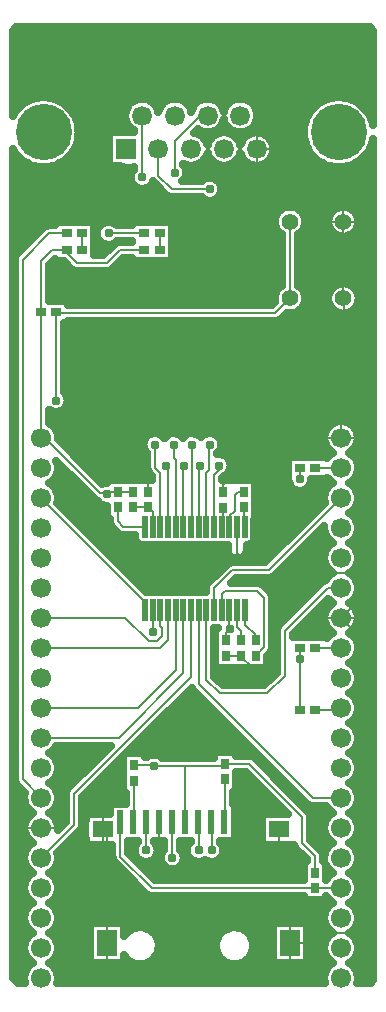
<source format=gbr>
G04 DipTrace 5.1.0.3*
G04 1 - Top.gbr*
%MOIN*%
G04 #@! TF.FileFunction,Copper,L1,Top*
G04 #@! TF.Part,Single*
%AMOUTLINE0*
4,1,28,
0.009449,0.036268,
0.009449,-0.036268,
0.00941,-0.036561,
0.009297,-0.036835,
0.009117,-0.037069,
0.008882,-0.03725,
0.008608,-0.037363,
0.008315,-0.037402,
-0.008315,-0.037402,
-0.008608,-0.037363,
-0.008882,-0.03725,
-0.009117,-0.037069,
-0.009297,-0.036835,
-0.00941,-0.036561,
-0.009449,-0.036268,
-0.009449,0.036268,
-0.00941,0.036561,
-0.009297,0.036835,
-0.009117,0.037069,
-0.008882,0.03725,
-0.008608,0.037363,
-0.008315,0.037402,
0.008315,0.037402,
0.008608,0.037363,
0.008882,0.03725,
0.009117,0.037069,
0.009297,0.036835,
0.00941,0.036561,
0.009449,0.036268,
0*%
G04 #@! TA.AperFunction,Conductor*
%ADD15C,0.007874*%
G04 #@! TA.AperFunction,CopperBalancing*
%ADD16C,0.025*%
%ADD17C,0.00787*%
%ADD19R,0.027559X0.035433*%
%ADD20R,0.035433X0.027559*%
G04 #@! TA.AperFunction,ComponentPad*
%ADD21R,0.066535X0.066535*%
%ADD22C,0.066535*%
%ADD23C,0.187402*%
%ADD24C,0.055118*%
%ADD26R,0.023622X0.07874*%
%ADD27R,0.068898X0.057087*%
%ADD28R,0.068898X0.088583*%
G04 #@! TA.AperFunction,ComponentPad*
%ADD30C,0.066929*%
G04 #@! TA.AperFunction,ViaPad*
%ADD31C,0.031*%
%ADD67OUTLINE0*%
%FSLAX26Y26*%
G04*
G70*
G90*
G75*
G01*
G04 Top*
%LPD*%
X774196Y2064165D2*
D15*
X824196D1*
X827944Y1151987D2*
X891666D1*
X893702Y1149951D1*
X999873D1*
X1124953D1*
X1131202Y1156200D1*
X999873Y962516D2*
Y1149951D1*
X1381202Y1543700D2*
Y1506200D1*
Y1337449D1*
Y2106200D2*
Y2143700D1*
X1381201D1*
X1134824Y1568764D2*
Y1594434D1*
X1146979Y1606588D1*
X1146589Y1670928D2*
Y1606978D1*
X1146979Y1606588D1*
X518702Y2243700D2*
X531202D1*
X716243Y2058659D1*
X737453D1*
Y2064165D1*
X774196D1*
X737453Y2056200D2*
Y2058659D1*
X1431202Y793700D2*
Y849949D1*
X1387452Y893700D1*
Y981200D1*
X1212452Y1156200D1*
X1131202D1*
X518702Y2243700D2*
Y2661117D1*
X518075Y2661745D1*
Y2832128D1*
X554647Y2868700D1*
X605021D1*
X862504D2*
X780601D1*
X737474Y2825573D1*
X638923D1*
X595795Y2868700D1*
X605021D1*
X656202Y2924951D2*
Y2868700D1*
X967456Y1946913D2*
Y2169737D1*
X960288Y2176905D1*
Y2220825D1*
X961357D1*
X964458Y3128050D2*
Y3234792D1*
X1047771Y3318104D1*
X1073591D1*
X827944Y1100806D2*
Y963815D1*
X826645Y962516D1*
X1131202Y1105019D2*
Y963924D1*
X1129794Y962516D1*
X1095408Y1946913D2*
Y2120896D1*
X1112453Y2137940D1*
Y2151229D1*
X1044227Y1946913D2*
Y2151229D1*
X1049953D1*
X856202Y3112451D2*
Y3317382D1*
X855480Y3318104D1*
X993046Y1946913D2*
Y2150573D1*
X993702Y2151229D1*
X737735Y560833D2*
Y666108D1*
Y925441D1*
X724243Y938934D1*
X1518702Y1643700D2*
X1568702Y1693700D1*
Y1762451D1*
X1537453Y1793700D1*
X1468702D1*
X1299952Y1624949D1*
Y1518699D1*
X1256202Y1474949D1*
X1224953D1*
X1182319Y1517583D1*
X1184824D1*
X1134824D2*
X1184824D1*
X1123906Y2062028D2*
Y2086403D1*
X1238214Y2200712D1*
X1281202Y2243700D1*
X1518702D1*
X1172180Y1946913D2*
Y1858973D1*
X1187453Y1843700D1*
X1218702D1*
X1238214Y1863212D1*
Y2200712D1*
X874196Y2064165D2*
Y2125708D1*
X862453Y2137451D1*
Y2258053D1*
X878798Y2274398D1*
X1281202D1*
Y2243700D1*
X913259Y962516D2*
Y849142D1*
X962452Y799949D1*
X1099953D1*
X1231202D1*
X1313042Y881789D1*
Y938582D1*
X1099953Y799949D2*
D3*
X1349353Y560697D2*
Y625549D1*
X1308794Y666108D1*
X737735D1*
Y560833D2*
Y480917D1*
X781202Y437449D1*
X1306202D1*
X1349353Y480600D1*
Y560697D1*
X1416949D1*
X1449952Y593700D1*
X1543702D1*
X1568702Y618700D1*
Y1593700D1*
X1518702Y1643700D1*
Y2243700D2*
Y2468923D1*
X1526996Y2477217D1*
Y2709443D1*
X1526036Y2708482D1*
Y2964388D1*
Y3018330D1*
X1338072Y3206293D1*
X1237173D1*
X605021Y2924951D2*
X544435D1*
X457484Y2838001D1*
Y1104918D1*
X518702Y1043700D1*
X1018637Y1670928D2*
Y1447330D1*
X627562Y1056255D1*
Y952560D1*
X518702Y843700D1*
X743702Y2924951D2*
X862504D1*
Y2924949D1*
X783337Y962516D2*
Y847815D1*
X888634Y742519D1*
X1431202D1*
X1517521D1*
X1518702Y743700D1*
X956202Y843700D2*
Y962153D1*
X956566Y962516D1*
X1432383Y1543700D2*
X1518702D1*
X868702Y868700D2*
Y961267D1*
X869952Y962516D1*
X1069818Y1670928D2*
Y1435772D1*
X1114037Y1391553D1*
X1272806D1*
X1331202Y1449949D1*
Y1599949D1*
X1474953Y1743700D1*
X1518702D1*
X1095408Y1670928D2*
Y1741657D1*
X1155853Y1802102D1*
X1277104D1*
X1518702Y2043700D1*
X1432382Y2143700D2*
X1518702D1*
X1043702Y868700D2*
Y961994D1*
X1043180Y962516D1*
X967456Y1670928D2*
Y1469754D1*
X841402Y1343700D1*
X518702D1*
X993046Y1670928D2*
Y1459256D1*
X777490Y1243700D1*
X518702D1*
X916274Y1670928D2*
Y1616011D1*
X921688Y1610598D1*
Y1583344D1*
X904731Y1566388D1*
X877242D1*
X799929Y1643700D1*
X518702D1*
X941865Y1670928D2*
Y1570960D1*
X914605Y1543700D1*
X518702D1*
X865093Y1670928D2*
Y1697309D1*
X518702Y2043700D1*
X569259Y2367906D2*
Y2659398D1*
X1299786D1*
X1348870Y2708482D1*
Y2964388D1*
X569256Y2661745D2*
X569259Y2659398D1*
X1044227Y1670928D2*
Y1423350D1*
X1423877Y1043700D1*
X1518702D1*
X1432383Y1337449D2*
X1512452D1*
X1518702Y1343700D1*
X1087453Y868700D2*
Y961550D1*
X1086487Y962516D1*
X1197771Y1946913D2*
Y1964880D1*
X1193702Y1968948D1*
Y2012028D1*
Y2063209D2*
X1174463D1*
X1163680Y2052426D1*
Y2000487D1*
X1146589Y1983397D1*
Y1946913D1*
X1234198Y1568478D2*
Y1584953D1*
X1197771Y1621381D1*
Y1670928D1*
X1120999D2*
Y1721783D1*
X1132500Y1733284D1*
X1239755D1*
X1263071Y1709968D1*
Y1546170D1*
X1234198Y1517297D1*
X774196Y2012983D2*
Y1966096D1*
X793379Y1946913D1*
X865093D1*
X1172180Y1670928D2*
Y1611665D1*
X1184824Y1599020D1*
Y1568764D1*
X1120999Y1946913D2*
Y1959781D1*
X1123906Y1962688D1*
Y2010847D1*
X890684Y1946913D2*
Y1996495D1*
X874196Y2012983D1*
X824196D1*
X890956Y1596763D2*
Y1670657D1*
X890684Y1670928D1*
X916274Y1946913D2*
Y2127377D1*
X899952Y2143700D1*
Y2221250D1*
X897617D1*
X941865Y1946913D2*
Y2151229D1*
X935330D1*
X1069818Y1946913D2*
Y2127982D1*
X1078858Y2137023D1*
Y2218906D1*
X1081202Y2221250D1*
X1081142Y3072720D2*
X954816D1*
X910008Y3117528D1*
Y3206293D1*
X1018637Y1946913D2*
X1021879D1*
Y2221250D1*
X913685Y2924949D2*
Y2868700D1*
D31*
X897617Y2221250D3*
X935330Y2151229D3*
X961357Y2220825D3*
X993702Y2151229D3*
X1021879Y2221250D3*
X1049953Y2151229D3*
X1081202Y2221250D3*
X1112453Y2151229D3*
X890956Y1596763D3*
X1087453Y868700D3*
X1043702D3*
X956202Y843700D3*
X893702Y1149951D3*
X868702Y868700D3*
X1381202Y1506200D3*
Y2106200D3*
X1146979Y1606588D3*
X737453Y2056200D3*
X1099953Y799949D3*
X743702Y2924951D3*
X569259Y2367906D3*
X1081142Y3072720D3*
X856202Y3112451D3*
X964458Y3128050D3*
X427462Y3587582D2*
D16*
X1622448D1*
X427462Y3562713D2*
X1622448D1*
X427462Y3537844D2*
X1622448D1*
X427462Y3512976D2*
X1622448D1*
X427462Y3488107D2*
X1622448D1*
X427462Y3463238D2*
X1622448D1*
X427462Y3438369D2*
X1622448D1*
X427462Y3413501D2*
X1622448D1*
X427462Y3388632D2*
X1622448D1*
X427462Y3363763D2*
X467496D1*
X586769D2*
X820382D1*
X890583D2*
X929433D1*
X999635D2*
X1038486D1*
X1108688D2*
X1147555D1*
X1217739D2*
X1451352D1*
X1570625D2*
X1622448D1*
X617379Y3338894D2*
X800878D1*
X1237260D2*
X1420760D1*
X1601234D2*
X1622448D1*
X634011Y3314025D2*
X797021D1*
X1241100D2*
X1404109D1*
X643000Y3289157D2*
X804933D1*
X1233205D2*
X1395121D1*
X646158Y3264288D2*
X826931D1*
X1034318D2*
X1055244D1*
X1091929D2*
X1164295D1*
X1200999D2*
X1391980D1*
X643915Y3239419D2*
X742352D1*
X1066847D2*
X1080344D1*
X1175898D2*
X1189396D1*
X1284950D2*
X1394206D1*
X635984Y3214550D2*
X742352D1*
X1295159D2*
X1402137D1*
X620860Y3189682D2*
X742352D1*
X1293257D2*
X1417280D1*
X1604714D2*
X1622448D1*
X427462Y3164813D2*
X460625D1*
X593642D2*
X742352D1*
X1059328D2*
X1087844D1*
X1168399D2*
X1196896D1*
X1277450D2*
X1444498D1*
X1577496D2*
X1622448D1*
X427462Y3139944D2*
X826931D1*
X1003403D2*
X1622448D1*
X427462Y3115075D2*
X815466D1*
X1003026D2*
X1622448D1*
X427462Y3090207D2*
X822480D1*
X1117748D2*
X1622448D1*
X427462Y3065338D2*
X921844D1*
X1121265D2*
X1622448D1*
X427462Y3040469D2*
X1057917D1*
X1104364D2*
X1622448D1*
X427462Y3015600D2*
X1622448D1*
X427462Y2990731D2*
X1303419D1*
X1394326D2*
X1480579D1*
X1571486D2*
X1622448D1*
X427462Y2965863D2*
X1295991D1*
X1401735D2*
X1473169D1*
X1578914D2*
X1622448D1*
X427462Y2940994D2*
X520121D1*
X956735D2*
X1301732D1*
X1396012D2*
X1478911D1*
X1573172D2*
X1622448D1*
X427462Y2916125D2*
X495253D1*
X956735D2*
X1319603D1*
X1378142D2*
X1509036D1*
X1543029D2*
X1622448D1*
X427462Y2891256D2*
X470385D1*
X699248D2*
X722920D1*
X956735D2*
X1319603D1*
X1378142D2*
X1622448D1*
X427462Y2866388D2*
X445517D1*
X699248D2*
X737937D1*
X956735D2*
X1319603D1*
X1378142D2*
X1622448D1*
X793786Y2841519D2*
X819449D1*
X956735D2*
X1319603D1*
X1378142D2*
X1622448D1*
X547351Y2816650D2*
X607480D1*
X768917D2*
X1319603D1*
X1378142D2*
X1622448D1*
X547351Y2791781D2*
X1319603D1*
X1378142D2*
X1622448D1*
X547351Y2766913D2*
X1319603D1*
X1378142D2*
X1622448D1*
X547351Y2742044D2*
X1308784D1*
X1388961D2*
X1485244D1*
X1567197D2*
X1622448D1*
X547351Y2717175D2*
X1296726D1*
X1401000D2*
X1473277D1*
X1579164D2*
X1622448D1*
X612301Y2692306D2*
X1292331D1*
X1399099D2*
X1475034D1*
X1577407D2*
X1622448D1*
X1380600Y2667438D2*
X1492635D1*
X1559788D2*
X1622448D1*
X1323311Y2642569D2*
X1622448D1*
X598521Y2617700D2*
X1622448D1*
X598521Y2592831D2*
X1622448D1*
X598521Y2567962D2*
X1622448D1*
X598521Y2543094D2*
X1622448D1*
X598521Y2518225D2*
X1622448D1*
X598521Y2493356D2*
X1622448D1*
X598521Y2468487D2*
X1622448D1*
X598521Y2443619D2*
X1622448D1*
X598521Y2418750D2*
X1622448D1*
X599957Y2393881D2*
X1622448D1*
X610076Y2369012D2*
X1622448D1*
X601841Y2344144D2*
X1622448D1*
X547979Y2319275D2*
X1622448D1*
X547979Y2294406D2*
X1491739D1*
X1545667D2*
X1622448D1*
X571214Y2269537D2*
X1466189D1*
X1571217D2*
X1622448D1*
X577494Y2244669D2*
X864771D1*
X1114051D2*
X1459910D1*
X1577496D2*
X1622448D1*
X595454Y2219800D2*
X856805D1*
X1122000D2*
X1465221D1*
X1572167D2*
X1622448D1*
X620322Y2194931D2*
X867247D1*
X1111576D2*
X1488079D1*
X1549327D2*
X1622448D1*
X645208Y2170062D2*
X870673D1*
X1148339D2*
X1338155D1*
X1570948D2*
X1622448D1*
X670075Y2145193D2*
X870673D1*
X1152807D2*
X1338155D1*
X1577478D2*
X1622448D1*
X572416Y2120325D2*
X614227D1*
X694942D2*
X882963D1*
X1137627D2*
X1338155D1*
X1572419D2*
X1622448D1*
X550222Y2095456D2*
X639095D1*
X719810D2*
X735085D1*
X1232811D2*
X1341904D1*
X1420503D2*
X1487181D1*
X1550225D2*
X1622448D1*
X570658Y2070587D2*
X663962D1*
X1232811D2*
X1364512D1*
X1397878D2*
X1466746D1*
X1570660D2*
X1622448D1*
X577458Y2045718D2*
X688830D1*
X1232811D2*
X1459945D1*
X1577461D2*
X1622448D1*
X581907Y2020850D2*
X720121D1*
X1232811D2*
X1455496D1*
X1572652D2*
X1622448D1*
X606776Y1995981D2*
X735085D1*
X1232811D2*
X1430627D1*
X1551067D2*
X1622448D1*
X631643Y1971112D2*
X744917D1*
X1232559D2*
X1405760D1*
X1570373D2*
X1622448D1*
X656511Y1946243D2*
X753690D1*
X1232559D2*
X1380893D1*
X1577442D2*
X1622448D1*
X681378Y1921375D2*
X782847D1*
X1232559D2*
X1356025D1*
X1436740D2*
X1464521D1*
X1572885D2*
X1622448D1*
X706264Y1896506D2*
X834933D1*
X1227931D2*
X1331158D1*
X1411873D2*
X1485513D1*
X1551893D2*
X1622448D1*
X731131Y1871637D2*
X1138459D1*
X1205987D2*
X1306272D1*
X1387005D2*
X1467319D1*
X1570087D2*
X1622448D1*
X756000Y1846768D2*
X1147108D1*
X1197339D2*
X1281404D1*
X1362137D2*
X1459982D1*
X1577424D2*
X1622448D1*
X780868Y1821899D2*
X1135337D1*
X1337269D2*
X1464306D1*
X1573100D2*
X1622448D1*
X805735Y1797031D2*
X1110416D1*
X1312383D2*
X1484723D1*
X1552683D2*
X1622448D1*
X830603Y1772162D2*
X1085547D1*
X1166281D2*
X1467625D1*
X1569781D2*
X1622448D1*
X855470Y1747293D2*
X1066744D1*
X1266112D2*
X1438181D1*
X1577389D2*
X1622448D1*
X1289274Y1722424D2*
X1413314D1*
X1573333D2*
X1622448D1*
X1292343Y1697556D2*
X1388446D1*
X1469162D2*
X1483952D1*
X1553454D2*
X1622448D1*
X1292343Y1672687D2*
X1363579D1*
X1444294D2*
X1467948D1*
X1569458D2*
X1622448D1*
X1292343Y1647818D2*
X1338710D1*
X1419427D2*
X1460053D1*
X1577353D2*
X1622448D1*
X1292343Y1622949D2*
X1313843D1*
X1394559D2*
X1463874D1*
X1573532D2*
X1622448D1*
X1369690Y1598081D2*
X1483217D1*
X1554189D2*
X1622448D1*
X1569154Y1573212D2*
X1622448D1*
X1577316Y1548343D2*
X1622448D1*
X1280734Y1523474D2*
X1301929D1*
X1573747D2*
X1622448D1*
X1273306Y1498606D2*
X1301929D1*
X1554907D2*
X1622448D1*
X1099088Y1473737D2*
X1301929D1*
X1568812D2*
X1622448D1*
X1099088Y1448868D2*
X1289765D1*
X1577263D2*
X1622448D1*
X1121946Y1423999D2*
X1264896D1*
X1573944D2*
X1622448D1*
X1010795Y1399130D2*
X1028079D1*
X1555589D2*
X1622448D1*
X985928Y1374262D2*
X1052948D1*
X1568490D2*
X1622448D1*
X961059Y1349393D2*
X1077832D1*
X1577209D2*
X1622448D1*
X936192Y1324524D2*
X1102701D1*
X1574141D2*
X1622448D1*
X911324Y1299655D2*
X1127568D1*
X1556271D2*
X1622448D1*
X886457Y1274787D2*
X1152436D1*
X1568130D2*
X1622448D1*
X861589Y1249918D2*
X1177303D1*
X1577155D2*
X1622448D1*
X836721Y1225049D2*
X1202172D1*
X1574320D2*
X1622448D1*
X556914Y1200180D2*
X731120D1*
X811853D2*
X1227040D1*
X1556916D2*
X1622448D1*
X567788Y1175312D2*
X706252D1*
X1233690D2*
X1251907D1*
X1567790D2*
X1622448D1*
X577099Y1150443D2*
X681385D1*
X762100D2*
X788840D1*
X1258575D2*
X1276774D1*
X1577101D2*
X1622448D1*
X574498Y1125574D2*
X656516D1*
X737232D2*
X788840D1*
X1170318D2*
X1202710D1*
X1283444D2*
X1301642D1*
X1574500D2*
X1622448D1*
X557542Y1100705D2*
X631648D1*
X712365D2*
X788840D1*
X1170318D2*
X1227596D1*
X1308311D2*
X1326511D1*
X1557545D2*
X1622448D1*
X427462Y1075836D2*
X446200D1*
X567428D2*
X606781D1*
X687496D2*
X788840D1*
X1170318D2*
X1252463D1*
X1333179D2*
X1351378D1*
X1567431D2*
X1622448D1*
X427462Y1050968D2*
X460374D1*
X577028D2*
X598294D1*
X662629D2*
X798672D1*
X1160469D2*
X1277331D1*
X1358046D2*
X1376246D1*
X1577030D2*
X1622448D1*
X427462Y1026099D2*
X462725D1*
X574677D2*
X598294D1*
X656833D2*
X798672D1*
X1160469D2*
X1302198D1*
X1382915D2*
X1401113D1*
X1574680D2*
X1622448D1*
X427462Y1001230D2*
X479248D1*
X558152D2*
X598294D1*
X656833D2*
X746190D1*
X1166945D2*
X1327066D1*
X1407782D2*
X1479251D1*
X1558155D2*
X1622448D1*
X427462Y976361D2*
X470349D1*
X567051D2*
X598294D1*
X1166945D2*
X1253252D1*
X1416717D2*
X1470352D1*
X1567054D2*
X1622448D1*
X427462Y951493D2*
X460445D1*
X1166945D2*
X1252194D1*
X1416717D2*
X1460448D1*
X1576958D2*
X1622448D1*
X427462Y926624D2*
X462562D1*
X641978D2*
X664268D1*
X1166945D2*
X1252194D1*
X1416717D2*
X1462564D1*
X1574841D2*
X1622448D1*
X427462Y901755D2*
X478656D1*
X617110D2*
X664465D1*
X1166945D2*
X1253252D1*
X1419750D2*
X1478659D1*
X1558747D2*
X1622448D1*
X427462Y876886D2*
X470726D1*
X592242D2*
X754067D1*
X812606D2*
X828760D1*
X908651D2*
X926940D1*
X985479D2*
X1003750D1*
X1127400D2*
X1364117D1*
X1444617D2*
X1470729D1*
X1566677D2*
X1622448D1*
X427462Y852018D2*
X460517D1*
X576883D2*
X754067D1*
X1124458D2*
X1388769D1*
X1576886D2*
X1622448D1*
X427462Y827149D2*
X462400D1*
X575017D2*
X763648D1*
X844365D2*
X919135D1*
X993284D2*
X1392088D1*
X1575020D2*
X1622448D1*
X427462Y802280D2*
X478064D1*
X559336D2*
X788516D1*
X869232D2*
X1392088D1*
X1559339D2*
X1622448D1*
X427462Y777411D2*
X471121D1*
X566298D2*
X813385D1*
X894100D2*
X1392088D1*
X1566282D2*
X1622448D1*
X427462Y752543D2*
X460606D1*
X576794D2*
X838252D1*
X1576797D2*
X1622448D1*
X427462Y727674D2*
X462239D1*
X575179D2*
X863120D1*
X1575164D2*
X1622448D1*
X427462Y702805D2*
X477508D1*
X559893D2*
X1392088D1*
X1559895D2*
X1622448D1*
X427462Y677936D2*
X471516D1*
X565885D2*
X1471519D1*
X1565887D2*
X1622448D1*
X427462Y653067D2*
X460697D1*
X576722D2*
X1460681D1*
X1576706D2*
X1622448D1*
X427462Y628199D2*
X462078D1*
X575323D2*
X1462080D1*
X1575326D2*
X1622448D1*
X427462Y603330D2*
X476970D1*
X560449D2*
X677778D1*
X797840D2*
X813689D1*
X883461D2*
X1128125D1*
X1197914D2*
X1289118D1*
X1409181D2*
X1476954D1*
X1560433D2*
X1622448D1*
X427462Y578461D2*
X471911D1*
X565491D2*
X677778D1*
X906444D2*
X1105141D1*
X1220896D2*
X1289118D1*
X1409181D2*
X1471912D1*
X1565494D2*
X1622448D1*
X427462Y553592D2*
X460786D1*
X576633D2*
X677778D1*
X913100D2*
X1098501D1*
X1227536D2*
X1289118D1*
X1409181D2*
X1460789D1*
X1576617D2*
X1622448D1*
X427462Y528724D2*
X461935D1*
X575466D2*
X677778D1*
X909297D2*
X1102306D1*
X1223750D2*
X1289118D1*
X1409181D2*
X1461937D1*
X1575469D2*
X1622448D1*
X427462Y503855D2*
X476432D1*
X560969D2*
X677957D1*
X892252D2*
X1119332D1*
X1206705D2*
X1289567D1*
X1409127D2*
X1476435D1*
X1560971D2*
X1622448D1*
X427462Y478986D2*
X472341D1*
X565078D2*
X1472344D1*
X1565062D2*
X1622448D1*
X427462Y454117D2*
X460875D1*
X576525D2*
X1460878D1*
X1576528D2*
X1622448D1*
X440828Y429249D2*
X461792D1*
X575610D2*
X1461794D1*
X1575612D2*
X1618625D1*
X1357975Y1580313D2*
X1472933D1*
Y1576482D1*
X1475740Y1580083D1*
X1482133Y1586503D1*
X1489473Y1591815D1*
X1493024Y1593598D1*
X1490845Y1594777D1*
X1488238Y1596357D1*
X1485719Y1598075D1*
X1483297Y1599928D1*
X1480979Y1601910D1*
X1478772Y1604012D1*
X1476683Y1606233D1*
X1474715Y1608562D1*
X1472878Y1610995D1*
X1471175Y1613524D1*
X1469610Y1616142D1*
X1468190Y1618840D1*
X1466919Y1621611D1*
X1465799Y1624447D1*
X1464833Y1627339D1*
X1464028Y1630280D1*
X1463381Y1633259D1*
X1462896Y1636270D1*
X1462576Y1639302D1*
X1462420Y1642347D1*
X1462429Y1645396D1*
X1462604Y1648440D1*
X1462944Y1651470D1*
X1463445Y1654478D1*
X1464110Y1657453D1*
X1464935Y1660389D1*
X1465917Y1663275D1*
X1467054Y1666104D1*
X1468343Y1668868D1*
X1469780Y1671557D1*
X1471360Y1674165D1*
X1473078Y1676683D1*
X1474931Y1679106D1*
X1476912Y1681423D1*
X1479015Y1683630D1*
X1481235Y1685720D1*
X1483564Y1687687D1*
X1485998Y1689524D1*
X1488526Y1691228D1*
X1491145Y1692792D1*
X1492849Y1693690D1*
X1491444Y1694441D1*
X1489851Y1695357D1*
X1488289Y1696325D1*
X1481083Y1701817D1*
X1476148Y1707025D1*
X1422391Y1653279D1*
X1357973Y1588861D1*
Y1580321D1*
X1423967Y1016930D2*
X1469381Y1016931D1*
X1471802Y1012557D1*
X1477406Y1005438D1*
X1484078Y999308D1*
X1491647Y994329D1*
X1493024Y993598D1*
X1489473Y991815D1*
X1482133Y986503D1*
X1475740Y980083D1*
X1470461Y972721D1*
X1466431Y964607D1*
X1463753Y955951D1*
X1462500Y946978D1*
X1462702Y937919D1*
X1464354Y929011D1*
X1467415Y920483D1*
X1471802Y912557D1*
X1477406Y905438D1*
X1484078Y899308D1*
X1491647Y894329D1*
X1493024Y893598D1*
X1489473Y891815D1*
X1482133Y886503D1*
X1475740Y880083D1*
X1470461Y872721D1*
X1466431Y864607D1*
X1463753Y855951D1*
X1462500Y846978D1*
X1462702Y837919D1*
X1463206Y834250D1*
X1457973D1*
Y849922D1*
X1457393Y855495D1*
X1454734Y862714D1*
X1450131Y868878D1*
X1414222Y904781D1*
Y981174D1*
X1413642Y986746D1*
X1410983Y993965D1*
X1406381Y1000129D1*
X1231399Y1175111D1*
X1227049Y1178641D1*
X1220064Y1181865D1*
X1212452Y1182970D1*
X1167815Y1182980D1*
Y1196750D1*
X1094589D1*
X1094597Y1176721D1*
X920875Y1176724D1*
X915415Y1181543D1*
X907223Y1185821D1*
X898246Y1188014D1*
X889005Y1187995D1*
X880037Y1185766D1*
X871862Y1181455D1*
X868416Y1178758D1*
X864557Y1178767D1*
Y1192537D1*
X801700Y1192533D1*
X1020372Y1411207D1*
X1020696Y1410585D1*
X1025298Y1404420D1*
X1404948Y1024771D1*
X1410402Y1020567D1*
X1417545Y1017691D1*
X1423967Y1016930D1*
X1467815Y819619D2*
Y769298D1*
X1468563Y769289D1*
X1470461Y772721D1*
X1475740Y780083D1*
X1482133Y786503D1*
X1489473Y791815D1*
X1493024Y793598D1*
X1491647Y794329D1*
X1484078Y799308D1*
X1477406Y805438D1*
X1471802Y812557D1*
X1467812Y819764D1*
X1576335Y2961327D2*
X1576055Y2958267D1*
X1575588Y2955229D1*
X1574938Y2952225D1*
X1574105Y2949266D1*
X1573095Y2946364D1*
X1571908Y2943528D1*
X1570551Y2940771D1*
X1569029Y2938100D1*
X1567345Y2935528D1*
X1565509Y2933064D1*
X1563526Y2930716D1*
X1561404Y2928493D1*
X1559150Y2926403D1*
X1556773Y2924455D1*
X1554281Y2922655D1*
X1551684Y2921011D1*
X1548992Y2919528D1*
X1546215Y2918212D1*
X1543362Y2917067D1*
X1540445Y2916099D1*
X1537474Y2915310D1*
X1534461Y2914705D1*
X1531416Y2914284D1*
X1528352Y2914049D1*
X1525278Y2914001D1*
X1522209Y2914141D1*
X1519152Y2914468D1*
X1516122Y2914980D1*
X1513129Y2915676D1*
X1510183Y2916554D1*
X1507295Y2917609D1*
X1504479Y2918839D1*
X1501743Y2920238D1*
X1499096Y2921801D1*
X1496550Y2923523D1*
X1494113Y2925396D1*
X1491795Y2927414D1*
X1489605Y2929570D1*
X1487550Y2931856D1*
X1485639Y2934263D1*
X1483877Y2936781D1*
X1482273Y2939403D1*
X1480831Y2942117D1*
X1479558Y2944915D1*
X1478457Y2947785D1*
X1477533Y2950716D1*
X1476790Y2953699D1*
X1476230Y2956721D1*
X1475854Y2959771D1*
X1475667Y2962839D1*
Y2965913D1*
X1475853Y2968981D1*
X1476226Y2972031D1*
X1476785Y2975053D1*
X1477526Y2978036D1*
X1478449Y2980968D1*
X1479549Y2983838D1*
X1480820Y2986636D1*
X1482261Y2989351D1*
X1483865Y2991973D1*
X1485625Y2994493D1*
X1487536Y2996901D1*
X1489589Y2999187D1*
X1491778Y3001344D1*
X1494095Y3003364D1*
X1496530Y3005239D1*
X1499076Y3006962D1*
X1501722Y3008527D1*
X1504458Y3009927D1*
X1507274Y3011157D1*
X1510160Y3012214D1*
X1513105Y3013092D1*
X1516099Y3013791D1*
X1519129Y3014305D1*
X1522185Y3014633D1*
X1525255Y3014773D1*
X1528328Y3014728D1*
X1531393Y3014494D1*
X1534438Y3014074D1*
X1537452Y3013470D1*
X1540423Y3012683D1*
X1543340Y3011716D1*
X1546193Y3010573D1*
X1548971Y3009258D1*
X1551664Y3007776D1*
X1554261Y3006133D1*
X1556753Y3004335D1*
X1559133Y3002388D1*
X1561387Y3000300D1*
X1563511Y2998078D1*
X1565495Y2995730D1*
X1567332Y2993267D1*
X1569016Y2990695D1*
X1570540Y2988025D1*
X1571898Y2985268D1*
X1573085Y2982434D1*
X1574099Y2979532D1*
X1574932Y2976574D1*
X1575584Y2973570D1*
X1576051Y2970532D1*
X1576333Y2967472D1*
X1576428Y2964388D1*
X1576335Y2961327D1*
X1254696Y966880D2*
X1254701Y910239D1*
X1255760Y903768D1*
Y887205D1*
X1361482D1*
X1361567Y886871D1*
X1364583Y879785D1*
X1368540Y874754D1*
X1404432Y838865D1*
X1404431Y834250D1*
X1394589D1*
X1394592Y769289D1*
X899718Y769293D1*
X810108Y858897D1*
X810109Y900313D1*
X841932Y900322D1*
X841933Y895819D1*
X839958Y894062D1*
X834725Y886445D1*
X831465Y877798D1*
X830369Y868623D1*
X831501Y859451D1*
X834795Y850817D1*
X840061Y843222D1*
X846990Y837108D1*
X855181Y832830D1*
X864159Y830637D1*
X873399Y830655D1*
X882368Y832885D1*
X890542Y837196D1*
X897446Y843338D1*
X902680Y850955D1*
X905940Y859602D1*
X907036Y868777D1*
X905903Y877949D1*
X902609Y886583D1*
X897344Y894178D1*
X895470Y895831D1*
X895473Y900238D1*
X901415Y899462D1*
X925908D1*
X929432Y899734D1*
X929433Y870819D1*
X927458Y869062D1*
X922225Y861445D1*
X918965Y852798D1*
X917869Y843623D1*
X919001Y834451D1*
X922295Y825817D1*
X927561Y818222D1*
X934490Y812108D1*
X942681Y807830D1*
X951659Y805637D1*
X960899Y805655D1*
X969868Y807885D1*
X978042Y812196D1*
X984946Y818338D1*
X990180Y825955D1*
X993440Y834602D1*
X994536Y843777D1*
X993403Y852949D1*
X990109Y861583D1*
X984844Y869178D1*
X982973Y871132D1*
X982979Y900313D1*
X1016938D1*
X1016933Y895819D1*
X1014958Y894062D1*
X1009725Y886445D1*
X1006465Y877798D1*
X1005369Y868623D1*
X1006501Y859451D1*
X1009795Y850817D1*
X1015061Y843222D1*
X1021990Y837108D1*
X1030181Y832830D1*
X1039159Y830637D1*
X1048399Y830655D1*
X1057368Y832885D1*
X1065599Y837234D1*
X1065740Y837108D1*
X1073932Y832830D1*
X1082910Y830637D1*
X1092150Y830655D1*
X1101118Y832885D1*
X1109293Y837196D1*
X1116197Y843338D1*
X1121431Y850955D1*
X1124690Y859602D1*
X1125786Y868777D1*
X1124654Y877949D1*
X1121360Y886583D1*
X1116095Y894178D1*
X1114223Y896133D1*
X1114227Y900313D1*
X1164438D1*
Y1024720D1*
X1157973Y1024728D1*
X1157974Y1064469D1*
X1167815D1*
X1167823Y1129430D1*
X1201357Y1129436D1*
X1340677Y990116D1*
X1277852D1*
X1276911Y990098D1*
X1275152Y989959D1*
X1255760D1*
Y973898D1*
X1255660Y973570D1*
X1254696Y966880D1*
X1385492Y627822D2*
X1406635D1*
Y606163D1*
X1406679Y604750D1*
Y517266D1*
X1406635Y515836D1*
Y493573D1*
X1292071D1*
Y512678D1*
X1291635Y516309D1*
X1291616Y525999D1*
X1291617Y604756D1*
X1292071Y609934D1*
Y627822D1*
X1312797D1*
X1314309Y627901D1*
X1383508Y627906D1*
X1385492Y627822D1*
X795337Y516977D2*
X795336Y518356D1*
X796303Y516800D1*
X797318Y515268D1*
X803118Y508020D1*
X809933Y501718D1*
X817612Y496503D1*
X825982Y492489D1*
X834856Y489768D1*
X844037Y488399D1*
X853319Y488415D1*
X862496Y489814D1*
X871361Y492566D1*
X879718Y496607D1*
X887378Y501850D1*
X894172Y508174D1*
X899948Y515441D1*
X904575Y523487D1*
X907952Y532134D1*
X910001Y541187D1*
X910680Y550340D1*
X910181Y558192D1*
X908323Y567287D1*
X905130Y576003D1*
X900673Y584145D1*
X895054Y591533D1*
X888395Y598001D1*
X880847Y603403D1*
X872578Y607620D1*
X863773Y610558D1*
X854627Y612151D1*
X845348Y612363D1*
X836141Y611190D1*
X827210Y608657D1*
X818757Y604821D1*
X810970Y599768D1*
X804022Y593612D1*
X798071Y586489D1*
X795337Y582334D1*
X795318Y605401D1*
X795017Y608296D1*
Y627957D1*
X680453D1*
Y610069D1*
X680276Y604460D1*
Y516960D1*
X680295Y516019D1*
X680453Y514099D1*
Y493708D1*
X795017D1*
Y513125D1*
X795337Y516977D1*
X1224450Y541187D2*
X1222400Y532134D1*
X1219024Y523487D1*
X1214396Y515441D1*
X1208621Y508174D1*
X1201827Y501850D1*
X1194167Y496607D1*
X1185810Y492566D1*
X1176945Y489814D1*
X1167768Y488415D1*
X1158486Y488399D1*
X1149305Y489768D1*
X1140431Y492489D1*
X1132061Y496503D1*
X1124382Y501718D1*
X1117567Y508020D1*
X1111767Y515268D1*
X1107112Y523300D1*
X1103706Y531934D1*
X1101626Y540981D1*
X1100916Y550235D1*
X1101595Y559494D1*
X1103645Y568546D1*
X1107021Y577193D1*
X1111648Y585239D1*
X1117424Y592507D1*
X1124218Y598831D1*
X1131878Y604074D1*
X1140235Y608115D1*
X1149100Y610867D1*
X1158277Y612266D1*
X1167559Y612281D1*
X1176740Y610913D1*
X1185614Y608192D1*
X1193984Y604178D1*
X1201663Y598962D1*
X1208478Y592661D1*
X1214278Y585413D1*
X1218933Y577381D1*
X1222339Y568747D1*
X1224419Y559700D1*
X1225129Y550340D1*
X1224450Y541187D1*
X605126Y1070859D2*
X601896Y1063868D1*
X600792Y1056255D1*
X600789Y963646D1*
X574658Y937515D1*
X574917Y940640D1*
X575000Y943700D1*
X574935Y946431D1*
X574704Y949470D1*
X574309Y952494D1*
X573751Y955491D1*
X573032Y958455D1*
X572154Y961375D1*
X571118Y964242D1*
X569929Y967050D1*
X568591Y969789D1*
X567105Y972452D1*
X565477Y975029D1*
X563713Y977516D1*
X561815Y979903D1*
X559793Y982184D1*
X557648Y984352D1*
X555390Y986402D1*
X553025Y988325D1*
X550559Y990117D1*
X547999Y991775D1*
X545353Y993291D1*
X544442Y993771D1*
X550587Y997302D1*
X557617Y1003018D1*
X563639Y1009787D1*
X568498Y1017434D1*
X572066Y1025762D1*
X574252Y1034554D1*
X575000Y1043700D1*
X574685Y1049642D1*
X573008Y1058545D1*
X569923Y1067065D1*
X565512Y1074978D1*
X559889Y1082082D1*
X553198Y1088191D1*
X545614Y1093149D1*
X544442Y1093771D1*
X550587Y1097302D1*
X557617Y1103018D1*
X563639Y1109787D1*
X568498Y1117434D1*
X572066Y1125762D1*
X574252Y1134554D1*
X575000Y1143700D1*
X574648Y1149989D1*
X572915Y1158881D1*
X569777Y1167381D1*
X565316Y1175268D1*
X559650Y1182336D1*
X552921Y1188405D1*
X545307Y1193314D1*
X544442Y1193771D1*
X550587Y1197302D1*
X557617Y1203018D1*
X563639Y1209787D1*
X568180Y1216934D1*
X750374Y1216927D1*
X608651Y1075204D1*
X605126Y1070859D1*
X1474987Y2709788D2*
X1475223Y2713402D1*
X1474987Y2709788D1*
X1475979Y2718225D2*
X1476335Y2720014D1*
X1475979Y2718225D1*
X1475620Y2716417D2*
X1475979Y2718225D1*
X1475620Y2716417D1*
X1477713Y2724697D2*
X1478299Y2726423D1*
X1477713Y2724697D1*
X1477121Y2722951D2*
X1477713Y2724697D1*
X1477121Y2722951D1*
X1480277Y2730888D2*
X1481083Y2732523D1*
X1480277Y2730888D1*
X1479462Y2729233D2*
X1480277Y2730888D1*
X1479462Y2729233D1*
X1483627Y2736690D2*
X1484639Y2738205D1*
X1483627Y2736690D1*
X1482603Y2735155D2*
X1483627Y2736690D1*
X1482603Y2735155D1*
X1487706Y2742004D2*
X1488908Y2743376D1*
X1487706Y2742004D1*
X1486490Y2740617D2*
X1487706Y2742004D1*
X1486490Y2740617D1*
X1492444Y2746742D2*
X1493814Y2747945D1*
X1492444Y2746742D1*
X1491057Y2745525D2*
X1492444Y2746742D1*
X1491057Y2745525D1*
X1497759Y2750821D2*
X1499274Y2751834D1*
X1497759Y2750821D1*
X1496226Y2749796D2*
X1497759Y2750821D1*
X1496226Y2749796D1*
X1503561Y2754171D2*
X1505196Y2754978D1*
X1503561Y2754171D1*
X1501907Y2753355D2*
X1503561Y2754171D1*
X1501907Y2753355D1*
X1509751Y2756735D2*
X1511500Y2757327D1*
X1509751Y2756735D1*
X1508004Y2756142D2*
X1509751Y2756735D1*
X1508004Y2756142D1*
X1514501Y2758127D2*
X1518011Y2758825D1*
X1514501Y2758127D1*
X1536208Y2758469D2*
X1537996Y2758113D1*
X1536208Y2758469D1*
X1534399Y2758829D2*
X1536208Y2758469D1*
X1534399Y2758829D1*
X1542680Y2756735D2*
X1544406Y2756149D1*
X1542680Y2756735D1*
X1540933Y2757327D2*
X1542680Y2756735D1*
X1540933Y2757327D1*
X1548870Y2754171D2*
X1550505Y2753365D1*
X1548870Y2754171D1*
X1547215Y2754986D2*
X1548870Y2754171D1*
X1547215Y2754986D1*
X1554672Y2750821D2*
X1556188Y2749809D1*
X1554672Y2750821D1*
X1553138Y2751846D2*
X1554672Y2750821D1*
X1553138Y2751846D1*
X1559987Y2746742D2*
X1561358Y2745540D1*
X1559987Y2746742D1*
X1558600Y2747959D2*
X1559987Y2746742D1*
X1558600Y2747959D1*
X1564725Y2742004D2*
X1565927Y2740634D1*
X1564725Y2742004D1*
X1563508Y2743392D2*
X1564725Y2742004D1*
X1563508Y2743392D1*
X1568803Y2736690D2*
X1569816Y2735174D1*
X1568803Y2736690D1*
X1567778Y2738222D2*
X1568803Y2736690D1*
X1567778Y2738222D1*
X1572154Y2730888D2*
X1572961Y2729252D1*
X1572154Y2730888D1*
X1571337Y2732541D2*
X1572154Y2730888D1*
X1571337Y2732541D1*
X1574718Y2724697D2*
X1575303Y2722970D1*
X1574718Y2724697D1*
X1574125Y2726444D2*
X1574718Y2724697D1*
X1574125Y2726444D1*
X1576452Y2718225D2*
X1576807Y2716438D1*
X1576452Y2718225D1*
X1576092Y2720035D2*
X1576452Y2718225D1*
X1576092Y2720035D1*
X1577327Y2711583D2*
X1577445Y2709763D1*
X1577327Y2711583D1*
X1577205Y2713423D2*
X1577327Y2711583D1*
X1577205Y2713423D1*
X1577327Y2704882D2*
X1577208Y2703064D1*
X1577327Y2704882D1*
X1577446Y2706724D2*
X1577327Y2704882D1*
X1577446Y2706724D1*
X1576452Y2698241D2*
X1576096Y2696452D1*
X1576452Y2698241D1*
X1576811Y2700049D2*
X1576452Y2698241D1*
X1576811Y2700049D1*
X1574718Y2691768D2*
X1574131Y2690043D1*
X1574718Y2691768D1*
X1575310Y2693515D2*
X1574718Y2691768D1*
X1575310Y2693515D1*
X1572154Y2685578D2*
X1571348Y2683943D1*
X1572154Y2685578D1*
X1572969Y2687233D2*
X1572154Y2685578D1*
X1572969Y2687233D1*
X1568803Y2679776D2*
X1567792Y2678260D1*
X1568803Y2679776D1*
X1569828Y2681310D2*
X1568803Y2679776D1*
X1569828Y2681310D1*
X1564725Y2674461D2*
X1563522Y2673090D1*
X1564725Y2674461D1*
X1565941Y2675848D2*
X1564725Y2674461D1*
X1565941Y2675848D1*
X1559987Y2669724D2*
X1558599Y2668506D1*
X1559987Y2669724D1*
X1561374Y2670940D2*
X1559987Y2669724D1*
X1561374Y2670940D1*
X1556131Y2666620D2*
X1553156Y2664632D1*
X1556131Y2666620D1*
X1548870Y2662294D2*
X1547235Y2661487D1*
X1548870Y2662294D1*
X1550524Y2663111D2*
X1548870Y2662294D1*
X1550524Y2663111D1*
X1542680Y2659730D2*
X1540953Y2659145D1*
X1542680Y2659730D1*
X1544427Y2660323D2*
X1542680Y2659730D1*
X1544427Y2660323D1*
X1536208Y2657997D2*
X1534420Y2657641D1*
X1536208Y2657997D1*
X1538017Y2658356D2*
X1536208Y2657997D1*
X1538017Y2658356D1*
X1516223Y2657997D2*
X1514435Y2658352D1*
X1516223Y2657997D1*
X1518032Y2657637D2*
X1516223Y2657997D1*
X1518032Y2657637D1*
X1509751Y2659730D2*
X1508025Y2660317D1*
X1509751Y2659730D1*
X1511498Y2659138D2*
X1509751Y2659730D1*
X1511498Y2659138D1*
X1503561Y2662294D2*
X1501925Y2663100D1*
X1503561Y2662294D1*
X1505215Y2661480D2*
X1503561Y2662294D1*
X1505215Y2661480D1*
X1497759Y2665645D2*
X1496243Y2666657D1*
X1497759Y2665645D1*
X1499293Y2664620D2*
X1497759Y2665645D1*
X1499293Y2664620D1*
X1492444Y2669724D2*
X1491072Y2670926D1*
X1492444Y2669724D1*
X1493831Y2668507D2*
X1492444Y2669724D1*
X1493831Y2668507D1*
X1487706Y2674461D2*
X1486504Y2675831D1*
X1487706Y2674461D1*
X1488923Y2673074D2*
X1487706Y2674461D1*
X1488923Y2673074D1*
X1483627Y2679776D2*
X1482614Y2681292D1*
X1483627Y2679776D1*
X1484652Y2678243D2*
X1483627Y2679776D1*
X1484652Y2678243D1*
X1480277Y2685578D2*
X1479470Y2687213D1*
X1480277Y2685578D1*
X1481093Y2683924D2*
X1480277Y2685578D1*
X1481093Y2683924D1*
X1477713Y2691768D2*
X1477127Y2693495D1*
X1477713Y2691768D1*
X1478306Y2690022D2*
X1477713Y2691768D1*
X1478306Y2690022D1*
X1475979Y2698241D2*
X1475624Y2700028D1*
X1475979Y2698241D1*
X1476339Y2696431D2*
X1475979Y2698241D1*
X1476339Y2696431D1*
X1475104Y2704882D2*
X1474984Y2706725D1*
X1475104Y2704882D1*
X1475226Y2703043D2*
X1475104Y2704882D1*
X1475226Y2703043D1*
X795318Y515997D2*
X795213Y514562D1*
X795019Y513133D1*
X795318Y515997D1*
X906831Y1731136D2*
X924500Y1731163D1*
X931309Y1731058D1*
X933550Y1731163D1*
X950187Y1731162D1*
X956899Y1731058D1*
X959141Y1731163D1*
X975777Y1731162D1*
X982490Y1731058D1*
X984731Y1731163D1*
X1001368Y1731162D1*
X1008080Y1731058D1*
X1010322Y1731163D1*
X1026958Y1731162D1*
X1033671Y1731058D1*
X1035912Y1731163D1*
X1052549Y1731162D1*
X1059261Y1731058D1*
X1061503Y1731163D1*
X1068641D1*
X1068638Y1741637D1*
X1069399Y1747997D1*
X1072276Y1755132D1*
X1076479Y1760586D1*
X1136912Y1821019D1*
X1141945Y1824976D1*
X1149024Y1827986D1*
X1155853Y1828872D1*
X1266021D1*
X1464830Y2027687D1*
X1464354Y2029011D1*
X1462702Y2037919D1*
X1462500Y2046978D1*
X1463753Y2055951D1*
X1466431Y2064607D1*
X1470461Y2072721D1*
X1475740Y2080083D1*
X1482133Y2086503D1*
X1489473Y2091815D1*
X1493024Y2093598D1*
X1491647Y2094329D1*
X1484078Y2099308D1*
X1477406Y2105438D1*
X1472936Y2111117D1*
X1472932Y2107087D1*
X1419517D1*
X1419536Y2106200D1*
X1418440Y2097102D1*
X1415180Y2088455D1*
X1409946Y2080838D1*
X1403042Y2074696D1*
X1394868Y2070385D1*
X1385899Y2068155D1*
X1376659Y2068137D1*
X1367681Y2070330D1*
X1359490Y2074608D1*
X1352561Y2080722D1*
X1347295Y2088317D1*
X1344001Y2096951D1*
X1342869Y2106123D1*
X1342983Y2107082D1*
X1340651Y2107087D1*
Y2180313D1*
X1472932D1*
Y2176482D1*
X1475740Y2180083D1*
X1482133Y2186503D1*
X1489473Y2191815D1*
X1493024Y2193598D1*
X1490845Y2194777D1*
X1488238Y2196357D1*
X1485719Y2198075D1*
X1483297Y2199928D1*
X1480979Y2201910D1*
X1478772Y2204012D1*
X1476683Y2206233D1*
X1474715Y2208562D1*
X1472878Y2210995D1*
X1471175Y2213524D1*
X1469610Y2216142D1*
X1468190Y2218840D1*
X1466919Y2221611D1*
X1465799Y2224447D1*
X1464833Y2227339D1*
X1464028Y2230280D1*
X1463381Y2233259D1*
X1462896Y2236270D1*
X1462576Y2239302D1*
X1462420Y2242347D1*
X1462429Y2245396D1*
X1462604Y2248440D1*
X1462944Y2251470D1*
X1463445Y2254478D1*
X1464110Y2257453D1*
X1464935Y2260389D1*
X1465917Y2263275D1*
X1467054Y2266104D1*
X1468343Y2268868D1*
X1469780Y2271557D1*
X1471360Y2274165D1*
X1473078Y2276683D1*
X1474931Y2279106D1*
X1476912Y2281423D1*
X1479015Y2283630D1*
X1481235Y2285720D1*
X1483564Y2287687D1*
X1485998Y2289524D1*
X1488526Y2291228D1*
X1491145Y2292792D1*
X1493843Y2294212D1*
X1496613Y2295483D1*
X1499449Y2296603D1*
X1502341Y2297569D1*
X1505282Y2298375D1*
X1508261Y2299022D1*
X1511272Y2299506D1*
X1514305Y2299826D1*
X1517349Y2299982D1*
X1520398Y2299973D1*
X1523442Y2299798D1*
X1526473Y2299459D1*
X1529480Y2298957D1*
X1532456Y2298292D1*
X1535391Y2297468D1*
X1538277Y2296485D1*
X1541106Y2295348D1*
X1543870Y2294060D1*
X1546559Y2292623D1*
X1549167Y2291043D1*
X1551685Y2289325D1*
X1554108Y2287472D1*
X1556425Y2285490D1*
X1558633Y2283388D1*
X1560722Y2281167D1*
X1562689Y2278838D1*
X1564526Y2276405D1*
X1566230Y2273876D1*
X1567794Y2271258D1*
X1569214Y2268560D1*
X1570486Y2265789D1*
X1571605Y2262953D1*
X1572571Y2260061D1*
X1573377Y2257120D1*
X1574024Y2254141D1*
X1574508Y2251130D1*
X1574828Y2248098D1*
X1574984Y2245053D1*
X1575000Y2243700D1*
X1574917Y2240640D1*
X1574668Y2237600D1*
X1574256Y2234579D1*
X1573681Y2231586D1*
X1572945Y2228627D1*
X1572049Y2225712D1*
X1570998Y2222850D1*
X1569792Y2220049D1*
X1568436Y2217318D1*
X1566935Y2214665D1*
X1565293Y2212096D1*
X1563513Y2209620D1*
X1561603Y2207243D1*
X1559566Y2204974D1*
X1557410Y2202819D1*
X1555139Y2200784D1*
X1552763Y2198875D1*
X1550285Y2197096D1*
X1547715Y2195455D1*
X1545062Y2193955D1*
X1544563Y2193707D1*
X1547113Y2192304D1*
X1548684Y2191351D1*
X1555940Y2185924D1*
X1562230Y2179403D1*
X1567394Y2171959D1*
X1571297Y2163783D1*
X1573837Y2155086D1*
X1574949Y2146094D1*
X1575000Y2143700D1*
X1574252Y2134554D1*
X1572066Y2125762D1*
X1568498Y2117434D1*
X1563639Y2109787D1*
X1557617Y2103018D1*
X1550587Y2097302D1*
X1544442Y2093771D1*
X1545307Y2093314D1*
X1552921Y2088405D1*
X1559650Y2082336D1*
X1565316Y2075268D1*
X1569777Y2067381D1*
X1572915Y2058881D1*
X1574648Y2049989D1*
X1575000Y2043700D1*
X1574252Y2034554D1*
X1572066Y2025762D1*
X1568498Y2017434D1*
X1563639Y2009787D1*
X1557617Y2003018D1*
X1550587Y1997302D1*
X1544442Y1993771D1*
X1545307Y1993314D1*
X1552921Y1988405D1*
X1559650Y1982336D1*
X1565316Y1975268D1*
X1569777Y1967381D1*
X1572915Y1958881D1*
X1574648Y1949989D1*
X1575000Y1943700D1*
X1574252Y1934554D1*
X1572066Y1925762D1*
X1568498Y1917434D1*
X1563639Y1909787D1*
X1557617Y1903018D1*
X1550587Y1897302D1*
X1544442Y1893771D1*
X1545307Y1893314D1*
X1552921Y1888405D1*
X1559650Y1882336D1*
X1565316Y1875268D1*
X1569777Y1867381D1*
X1572915Y1858881D1*
X1574648Y1849989D1*
X1575000Y1843700D1*
X1574252Y1834554D1*
X1572066Y1825762D1*
X1568498Y1817434D1*
X1563639Y1809787D1*
X1557617Y1803018D1*
X1550587Y1797302D1*
X1544442Y1793771D1*
X1545614Y1793149D1*
X1553198Y1788191D1*
X1559889Y1782082D1*
X1565512Y1774978D1*
X1569923Y1767065D1*
X1573008Y1758545D1*
X1574685Y1749642D1*
X1575000Y1743700D1*
X1574252Y1734554D1*
X1572066Y1725762D1*
X1568498Y1717434D1*
X1563639Y1709787D1*
X1557617Y1703018D1*
X1550587Y1697302D1*
X1544442Y1693771D1*
X1545353Y1693291D1*
X1547999Y1691775D1*
X1550559Y1690117D1*
X1553025Y1688325D1*
X1555390Y1686402D1*
X1557648Y1684352D1*
X1559793Y1682184D1*
X1561815Y1679903D1*
X1563713Y1677516D1*
X1565477Y1675029D1*
X1567105Y1672452D1*
X1568591Y1669789D1*
X1569929Y1667050D1*
X1571118Y1664242D1*
X1572154Y1661375D1*
X1573032Y1658455D1*
X1573751Y1655491D1*
X1574309Y1652494D1*
X1574704Y1649470D1*
X1574935Y1646431D1*
X1575000Y1643700D1*
X1574917Y1640640D1*
X1574668Y1637600D1*
X1574256Y1634579D1*
X1573681Y1631586D1*
X1572945Y1628627D1*
X1572049Y1625712D1*
X1570998Y1622850D1*
X1569792Y1620049D1*
X1568436Y1617318D1*
X1566935Y1614665D1*
X1565293Y1612096D1*
X1563513Y1609620D1*
X1561603Y1607243D1*
X1559566Y1604974D1*
X1557410Y1602819D1*
X1555139Y1600784D1*
X1552763Y1598875D1*
X1550285Y1597096D1*
X1547715Y1595455D1*
X1545062Y1593955D1*
X1544563Y1593707D1*
X1547113Y1592304D1*
X1548684Y1591351D1*
X1555940Y1585924D1*
X1562230Y1579403D1*
X1567394Y1571959D1*
X1571297Y1563783D1*
X1573837Y1555086D1*
X1574949Y1546094D1*
X1575000Y1543700D1*
X1574252Y1534554D1*
X1572066Y1525762D1*
X1568498Y1517434D1*
X1563639Y1509787D1*
X1557617Y1503018D1*
X1550587Y1497302D1*
X1544442Y1493771D1*
X1545307Y1493314D1*
X1552921Y1488405D1*
X1559650Y1482336D1*
X1565316Y1475268D1*
X1569777Y1467381D1*
X1572915Y1458881D1*
X1574648Y1449989D1*
X1575000Y1443700D1*
X1574252Y1434554D1*
X1572066Y1425762D1*
X1568498Y1417434D1*
X1563639Y1409787D1*
X1557617Y1403018D1*
X1550587Y1397302D1*
X1544442Y1393771D1*
X1545307Y1393314D1*
X1552921Y1388405D1*
X1559650Y1382336D1*
X1565316Y1375268D1*
X1569777Y1367381D1*
X1572915Y1358881D1*
X1574648Y1349989D1*
X1575000Y1343700D1*
X1574252Y1334554D1*
X1572066Y1325762D1*
X1568498Y1317434D1*
X1563639Y1309787D1*
X1557617Y1303018D1*
X1550587Y1297302D1*
X1544442Y1293771D1*
X1545307Y1293314D1*
X1552921Y1288405D1*
X1559650Y1282336D1*
X1565316Y1275268D1*
X1569777Y1267381D1*
X1572915Y1258881D1*
X1574648Y1249989D1*
X1575000Y1243700D1*
X1574252Y1234554D1*
X1572066Y1225762D1*
X1568498Y1217434D1*
X1563639Y1209787D1*
X1557617Y1203018D1*
X1550587Y1197302D1*
X1544442Y1193771D1*
X1545307Y1193314D1*
X1552921Y1188405D1*
X1559650Y1182336D1*
X1565316Y1175268D1*
X1569777Y1167381D1*
X1572915Y1158881D1*
X1574648Y1149989D1*
X1575000Y1143700D1*
X1574252Y1134554D1*
X1572066Y1125762D1*
X1568498Y1117434D1*
X1563639Y1109787D1*
X1557617Y1103018D1*
X1550587Y1097302D1*
X1544442Y1093771D1*
X1545307Y1093314D1*
X1552921Y1088405D1*
X1559650Y1082336D1*
X1565316Y1075268D1*
X1569777Y1067381D1*
X1572915Y1058881D1*
X1574648Y1049989D1*
X1575000Y1043700D1*
X1574252Y1034554D1*
X1572066Y1025762D1*
X1568498Y1017434D1*
X1563639Y1009787D1*
X1557617Y1003018D1*
X1550587Y997302D1*
X1544442Y993771D1*
X1545307Y993314D1*
X1552921Y988405D1*
X1559650Y982336D1*
X1565316Y975268D1*
X1569777Y967381D1*
X1572915Y958881D1*
X1574648Y949989D1*
X1575000Y943700D1*
X1574252Y934554D1*
X1572066Y925762D1*
X1568498Y917434D1*
X1563639Y909787D1*
X1557617Y903018D1*
X1550587Y897302D1*
X1544442Y893771D1*
X1545307Y893314D1*
X1552921Y888405D1*
X1559650Y882336D1*
X1565316Y875268D1*
X1569777Y867381D1*
X1572915Y858881D1*
X1574648Y849989D1*
X1575000Y843700D1*
X1574252Y834554D1*
X1572066Y825762D1*
X1568498Y817434D1*
X1563639Y809787D1*
X1557617Y803018D1*
X1550587Y797302D1*
X1544442Y793771D1*
X1545307Y793314D1*
X1552921Y788405D1*
X1559650Y782336D1*
X1565316Y775268D1*
X1569777Y767381D1*
X1572915Y758881D1*
X1574648Y749989D1*
X1575000Y743700D1*
X1574252Y734554D1*
X1572066Y725762D1*
X1568498Y717434D1*
X1563639Y709787D1*
X1557617Y703018D1*
X1550587Y697302D1*
X1544442Y693771D1*
X1545307Y693314D1*
X1552921Y688405D1*
X1559650Y682336D1*
X1565316Y675268D1*
X1569777Y667381D1*
X1572915Y658881D1*
X1574648Y649989D1*
X1575000Y643700D1*
X1574252Y634554D1*
X1572066Y625762D1*
X1568498Y617434D1*
X1563639Y609787D1*
X1557617Y603018D1*
X1550587Y597302D1*
X1544442Y593771D1*
X1545307Y593314D1*
X1552921Y588405D1*
X1559650Y582336D1*
X1565316Y575268D1*
X1569777Y567381D1*
X1572915Y558881D1*
X1574648Y549989D1*
X1575000Y543700D1*
X1574252Y534554D1*
X1572066Y525762D1*
X1568498Y517434D1*
X1563639Y509787D1*
X1557617Y503018D1*
X1550587Y497302D1*
X1544442Y493771D1*
X1546508Y492651D1*
X1554000Y487557D1*
X1560579Y481327D1*
X1566072Y474123D1*
X1570339Y466130D1*
X1573268Y457556D1*
X1574785Y448624D1*
X1575000Y443700D1*
X1574252Y434554D1*
X1572066Y425762D1*
X1571721Y424957D1*
X1618269Y424949D1*
X1624956Y434991D1*
X1624952Y1138539D1*
X1624950Y3238230D1*
X1624298Y3234962D1*
X1621812Y3226155D1*
X1618643Y3217573D1*
X1614810Y3209263D1*
X1610336Y3201281D1*
X1605251Y3193675D1*
X1599584Y3186490D1*
X1593370Y3179773D1*
X1586650Y3173564D1*
X1579462Y3167901D1*
X1571852Y3162819D1*
X1563868Y3158351D1*
X1555557Y3154523D1*
X1546971Y3151357D1*
X1538164Y3148877D1*
X1529189Y3147095D1*
X1520101Y3146022D1*
X1510958Y3145665D1*
X1501815Y3146027D1*
X1492729Y3147106D1*
X1483755Y3148893D1*
X1474949Y3151378D1*
X1466365Y3154549D1*
X1458057Y3158382D1*
X1450075Y3162855D1*
X1442467Y3167941D1*
X1435284Y3173608D1*
X1428566Y3179821D1*
X1422357Y3186543D1*
X1416694Y3193729D1*
X1411613Y3201339D1*
X1407145Y3209323D1*
X1403316Y3217634D1*
X1400151Y3226220D1*
X1397671Y3235028D1*
X1395887Y3244003D1*
X1394815Y3253090D1*
X1394458Y3262233D1*
X1394820Y3271376D1*
X1395898Y3280462D1*
X1397687Y3289436D1*
X1400172Y3298242D1*
X1403341Y3306826D1*
X1407175Y3315134D1*
X1411648Y3323117D1*
X1416734Y3330724D1*
X1422400Y3337907D1*
X1428614Y3344625D1*
X1435335Y3350834D1*
X1442522Y3356497D1*
X1450133Y3361578D1*
X1458117Y3366046D1*
X1466428Y3369876D1*
X1475013Y3373040D1*
X1483820Y3375522D1*
X1492795Y3377304D1*
X1501883Y3378377D1*
X1511026Y3378733D1*
X1520169Y3378372D1*
X1529256Y3377293D1*
X1538230Y3375506D1*
X1547036Y3373019D1*
X1555620Y3369850D1*
X1563928Y3366016D1*
X1571910Y3361543D1*
X1579517Y3356457D1*
X1586701Y3350791D1*
X1593419Y3344577D1*
X1599627Y3337856D1*
X1605290Y3330669D1*
X1610372Y3323060D1*
X1614840Y3315074D1*
X1618668Y3306763D1*
X1621833Y3298178D1*
X1624314Y3289371D1*
X1624950Y3286171D1*
X1624952Y3601023D1*
X1613529Y3612447D1*
X883845Y3612451D1*
X436379D1*
X424958Y3601027D1*
X424954Y3318058D1*
X427790Y3323117D1*
X432875Y3330724D1*
X438542Y3337907D1*
X444756Y3344625D1*
X451477Y3350834D1*
X458664Y3356497D1*
X466274Y3361578D1*
X474259Y3366046D1*
X482570Y3369876D1*
X491155Y3373040D1*
X499962Y3375522D1*
X508937Y3377304D1*
X518025Y3378377D1*
X527168Y3378733D1*
X536311Y3378372D1*
X545398Y3377293D1*
X554372Y3375506D1*
X563177Y3373019D1*
X571761Y3369850D1*
X580070Y3366016D1*
X588051Y3361543D1*
X595659Y3356457D1*
X602843Y3350791D1*
X609561Y3344577D1*
X615769Y3337856D1*
X621432Y3330669D1*
X626513Y3323060D1*
X630982Y3315074D1*
X634810Y3306763D1*
X637975Y3298178D1*
X640456Y3289371D1*
X642239Y3280396D1*
X643311Y3271309D1*
X643668Y3262199D1*
X643306Y3253023D1*
X642229Y3243936D1*
X640440Y3234962D1*
X637954Y3226155D1*
X634785Y3217573D1*
X630952Y3209263D1*
X626478Y3201281D1*
X621393Y3193675D1*
X615726Y3186490D1*
X609512Y3179773D1*
X602792Y3173564D1*
X595604Y3167901D1*
X587994Y3162819D1*
X580009Y3158351D1*
X571698Y3154523D1*
X563113Y3151357D1*
X554306Y3148877D1*
X545331Y3147095D1*
X536243Y3146022D1*
X527100Y3145665D1*
X517957Y3146027D1*
X508870Y3147106D1*
X499896Y3148893D1*
X491091Y3151378D1*
X482507Y3154549D1*
X474198Y3158382D1*
X466217Y3162855D1*
X458609Y3167941D1*
X451425Y3173608D1*
X444708Y3179821D1*
X438499Y3186543D1*
X432836Y3193729D1*
X427755Y3201339D1*
X424949Y3206354D1*
X424953Y2595729D1*
Y442625D1*
X442631Y424949D1*
X465616D1*
X464012Y430340D1*
X462578Y439285D1*
X462596Y448346D1*
X464068Y457285D1*
X466956Y465875D1*
X471183Y473888D1*
X476639Y481120D1*
X483187Y487382D1*
X490654Y492514D1*
X492999Y493620D1*
X491647Y494329D1*
X484078Y499308D1*
X477406Y505438D1*
X471802Y512557D1*
X467415Y520483D1*
X464354Y529011D1*
X462702Y537919D1*
X462500Y546978D1*
X463753Y555951D1*
X466431Y564607D1*
X470461Y572721D1*
X475740Y580083D1*
X482133Y586503D1*
X489473Y591815D1*
X493024Y593598D1*
X491647Y594329D1*
X484078Y599308D1*
X477406Y605438D1*
X471802Y612557D1*
X467415Y620483D1*
X464354Y629011D1*
X462702Y637919D1*
X462500Y646978D1*
X463753Y655951D1*
X466431Y664607D1*
X470461Y672721D1*
X475740Y680083D1*
X482133Y686503D1*
X489473Y691815D1*
X493024Y693598D1*
X491647Y694329D1*
X484078Y699308D1*
X477406Y705438D1*
X471802Y712557D1*
X467415Y720483D1*
X464354Y729011D1*
X462702Y737919D1*
X462500Y746978D1*
X463753Y755951D1*
X466431Y764607D1*
X470461Y772721D1*
X475740Y780083D1*
X482133Y786503D1*
X489473Y791815D1*
X493024Y793598D1*
X491647Y794329D1*
X484078Y799308D1*
X477406Y805438D1*
X471802Y812557D1*
X467415Y820483D1*
X464354Y829011D1*
X462702Y837919D1*
X462500Y846978D1*
X463753Y855951D1*
X466431Y864607D1*
X470461Y872721D1*
X475740Y880083D1*
X482133Y886503D1*
X489473Y891815D1*
X493024Y893598D1*
X490845Y894777D1*
X488238Y896357D1*
X485719Y898075D1*
X483297Y899928D1*
X480979Y901910D1*
X478772Y904012D1*
X476683Y906233D1*
X474715Y908562D1*
X472878Y910995D1*
X471175Y913524D1*
X469610Y916142D1*
X468190Y918840D1*
X466919Y921611D1*
X465799Y924447D1*
X464833Y927339D1*
X464028Y930280D1*
X463381Y933259D1*
X462896Y936270D1*
X462576Y939302D1*
X462420Y942347D1*
X462429Y945396D1*
X462604Y948440D1*
X462944Y951470D1*
X463445Y954478D1*
X464110Y957453D1*
X464935Y960389D1*
X465917Y963275D1*
X467054Y966104D1*
X468343Y968868D1*
X469780Y971557D1*
X471360Y974165D1*
X473078Y976683D1*
X474931Y979106D1*
X476912Y981423D1*
X479015Y983630D1*
X481235Y985720D1*
X483564Y987687D1*
X485998Y989524D1*
X488526Y991228D1*
X491145Y992792D1*
X492849Y993690D1*
X491444Y994441D1*
X489851Y995357D1*
X488289Y996325D1*
X481083Y1001817D1*
X474852Y1008393D1*
X469756Y1015885D1*
X465928Y1024096D1*
X463466Y1032815D1*
X462436Y1041817D1*
X462862Y1050867D1*
X464757Y1059789D1*
X438555Y1085989D1*
X433953Y1092153D1*
X431294Y1099380D1*
X430714Y1104944D1*
Y2838001D1*
X431819Y2845613D1*
X435049Y2852604D1*
X438574Y2856948D1*
X525505Y2943880D1*
X531669Y2948482D1*
X538896Y2951141D1*
X544457Y2951721D1*
X564471Y2951718D1*
Y2961564D1*
X696752D1*
Y2852339D1*
X726377Y2852343D1*
X761672Y2887629D1*
X767836Y2892231D1*
X775063Y2894890D1*
X780625Y2895470D1*
X821954Y2895468D1*
Y2898178D1*
X771135Y2898180D1*
X765542Y2893447D1*
X757368Y2889136D1*
X748399Y2886906D1*
X739159Y2886888D1*
X730181Y2889081D1*
X721990Y2893359D1*
X715061Y2899473D1*
X709795Y2907067D1*
X706501Y2915701D1*
X705369Y2924873D1*
X706465Y2934049D1*
X709725Y2942696D1*
X714958Y2950313D1*
X721862Y2956455D1*
X730037Y2960766D1*
X739005Y2962995D1*
X748246Y2963014D1*
X757223Y2960821D1*
X765415Y2956543D1*
X770875Y2951724D1*
X821956Y2951721D1*
X821954Y2961562D1*
X954235D1*
Y2832087D1*
X821954D1*
Y2841928D1*
X791687Y2841930D1*
X756419Y2806658D1*
X751382Y2802699D1*
X744303Y2799688D1*
X737474Y2798802D1*
X638945D1*
X632583Y2799564D1*
X625448Y2802440D1*
X619994Y2806644D1*
X594553Y2832087D1*
X564471D1*
Y2840672D1*
X544841Y2821035D1*
X544845Y2698364D1*
X609806Y2698357D1*
Y2686166D1*
X1288690Y2686169D1*
X1299750Y2697220D1*
X1299360Y2699099D1*
X1298478Y2708356D1*
X1299312Y2717617D1*
X1301835Y2726569D1*
X1305959Y2734903D1*
X1311545Y2742338D1*
X1318402Y2748620D1*
X1322095Y2750919D1*
X1322100Y2921686D1*
X1318603Y2924098D1*
X1311715Y2930346D1*
X1306092Y2937752D1*
X1301927Y2946066D1*
X1299360Y2955004D1*
X1298478Y2964262D1*
X1299312Y2973523D1*
X1301835Y2982474D1*
X1305959Y2990809D1*
X1311545Y2998243D1*
X1318402Y3004525D1*
X1326295Y3009440D1*
X1334958Y3012822D1*
X1344095Y3014553D1*
X1353394Y3014577D1*
X1362540Y3012890D1*
X1371219Y3009553D1*
X1379138Y3004678D1*
X1386025Y2998430D1*
X1391648Y2991023D1*
X1395814Y2982709D1*
X1398381Y2973771D1*
X1399263Y2964388D1*
X1398428Y2955252D1*
X1395906Y2946301D1*
X1391781Y2937966D1*
X1386196Y2930532D1*
X1379339Y2924250D1*
X1375646Y2921951D1*
X1375641Y2751184D1*
X1379138Y2748772D1*
X1386025Y2742524D1*
X1391648Y2735117D1*
X1395814Y2726804D1*
X1398381Y2717865D1*
X1399263Y2708482D1*
X1398428Y2699347D1*
X1395906Y2690396D1*
X1391781Y2682061D1*
X1386196Y2674627D1*
X1379339Y2668344D1*
X1371445Y2663430D1*
X1362782Y2660048D1*
X1353646Y2658317D1*
X1344347Y2658293D1*
X1337764Y2659507D1*
X1318715Y2640469D1*
X1312551Y2635867D1*
X1305324Y2633208D1*
X1299760Y2632628D1*
X609806Y2632633D1*
Y2625132D1*
X596036D1*
X596029Y2503308D1*
Y2395340D1*
X597900Y2393384D1*
X603166Y2385789D1*
X606459Y2377155D1*
X607592Y2367906D1*
X606496Y2358808D1*
X603236Y2350161D1*
X598003Y2342544D1*
X591099Y2336402D1*
X582924Y2332091D1*
X573956Y2329861D1*
X564715Y2329843D1*
X555738Y2332036D1*
X547546Y2336314D1*
X545469Y2338148D1*
X545473Y2293228D1*
X549642Y2290734D1*
X556786Y2285162D1*
X562944Y2278516D1*
X567956Y2270968D1*
X571692Y2262714D1*
X574055Y2253968D1*
X574986Y2244956D1*
X575000Y2243700D1*
X574551Y2238208D1*
X721639Y2091123D1*
X723788Y2092015D1*
X732756Y2094245D1*
X737584Y2094254D1*
X737583Y2104714D1*
X889504D1*
Y2116293D1*
X881038Y2124754D1*
X877078Y2129792D1*
X874067Y2136871D1*
X873181Y2143700D1*
X873177Y2192065D1*
X868975Y2195772D1*
X863710Y2203367D1*
X860416Y2212001D1*
X859284Y2221172D1*
X860379Y2230348D1*
X863639Y2238995D1*
X868873Y2246612D1*
X875777Y2252754D1*
X883952Y2257065D1*
X892920Y2259294D1*
X902160Y2259313D1*
X911138Y2257120D1*
X919330Y2252842D1*
X926259Y2246728D1*
X929473Y2242092D1*
X931286Y2244599D1*
X937849Y2251104D1*
X945780Y2255850D1*
X954614Y2258561D1*
X963840Y2259078D1*
X972923Y2257372D1*
X981333Y2253541D1*
X988583Y2247810D1*
X991277Y2244339D1*
X991666Y2244842D1*
X998189Y2251386D1*
X1006089Y2256180D1*
X1014908Y2258944D1*
X1024131Y2259518D1*
X1033225Y2257867D1*
X1041658Y2254087D1*
X1048941Y2248399D1*
X1051368Y2245314D1*
X1052458Y2246612D1*
X1059362Y2252754D1*
X1067537Y2257065D1*
X1076505Y2259294D1*
X1085746Y2259313D1*
X1094723Y2257120D1*
X1102915Y2252842D1*
X1109844Y2246728D1*
X1115109Y2239133D1*
X1118403Y2230499D1*
X1119536Y2221250D1*
X1118440Y2212151D1*
X1115180Y2203504D1*
X1109946Y2195888D1*
X1105625Y2192044D1*
X1105629Y2188953D1*
X1107756Y2189273D1*
X1116996Y2189292D1*
X1125974Y2187099D1*
X1134166Y2182821D1*
X1141095Y2176707D1*
X1146360Y2169112D1*
X1149654Y2160478D1*
X1150786Y2151229D1*
X1149690Y2142130D1*
X1146431Y2133483D1*
X1141197Y2125867D1*
X1134293Y2119725D1*
X1129655Y2117279D1*
X1122180Y2109808D1*
X1122181Y2102578D1*
X1157089D1*
Y2103759D1*
X1230315D1*
Y1971478D1*
X1230055D1*
X1230053Y1910670D1*
X1229260Y1904531D1*
X1226357Y1897857D1*
X1221585Y1892364D1*
X1215385Y1888556D1*
X1208327Y1886783D1*
X1206085Y1886678D1*
X1203479D1*
X1203484Y1864835D1*
X1202519Y1858197D1*
X1199441Y1851742D1*
X1194541Y1846533D1*
X1188285Y1843067D1*
X1181269Y1841678D1*
X1172223Y1841658D1*
X1164142D1*
X1157501Y1842624D1*
X1151046Y1845701D1*
X1145837Y1850602D1*
X1142372Y1856857D1*
X1140982Y1863873D1*
X1140962Y1873691D1*
X1140959Y1886678D1*
X1138293D1*
X1131555Y1886783D1*
X1129314Y1886678D1*
X1112709D1*
X1105965Y1886783D1*
X1103723Y1886678D1*
X1087118D1*
X1079248Y1886704D1*
X1061528Y1886678D1*
X1054784Y1886783D1*
X1052542Y1886678D1*
X1035937D1*
X1029193Y1886783D1*
X1026952Y1886678D1*
X1010347D1*
X1003603Y1886783D1*
X1001361Y1886678D1*
X984756D1*
X978012Y1886783D1*
X975771Y1886678D1*
X959166D1*
X952421Y1886783D1*
X950180Y1886678D1*
X933543Y1886679D1*
X926831Y1886783D1*
X924589Y1886678D1*
X907984D1*
X901240Y1886783D1*
X898999Y1886678D1*
X882394D1*
X875650Y1886783D1*
X873408Y1886678D1*
X856803D1*
X850664Y1887470D1*
X843991Y1890373D1*
X838498Y1895145D1*
X834689Y1901346D1*
X832916Y1908403D1*
X832811Y1910645D1*
Y1920133D1*
X793379Y1920142D1*
X785767Y1921247D1*
X778776Y1924477D1*
X774436Y1927997D1*
X755267Y1947167D1*
X750664Y1953331D1*
X748005Y1960558D1*
X747425Y1966116D1*
X747428Y1972434D1*
X737583D1*
Y2017872D1*
X732910Y2018137D1*
X723932Y2020330D1*
X715740Y2024608D1*
X708811Y2030722D1*
X706811Y2033608D1*
X701639Y2036224D1*
X697294Y2039749D1*
X569848Y2167191D1*
X572915Y2158881D1*
X574648Y2149989D1*
X575000Y2143700D1*
X574252Y2134554D1*
X572066Y2125762D1*
X568498Y2117434D1*
X563639Y2109787D1*
X557617Y2103018D1*
X550587Y2097302D1*
X544442Y2093771D1*
X545307Y2093314D1*
X552921Y2088405D1*
X559650Y2082336D1*
X565316Y2075268D1*
X569777Y2067381D1*
X572915Y2058881D1*
X574648Y2049989D1*
X575000Y2043700D1*
X574252Y2034554D1*
X572550Y2027710D1*
X869093Y1731169D1*
X873415Y1731162D1*
X880127Y1731058D1*
X882369Y1731163D1*
X898910D1*
X906831Y1731136D1*
X653571Y946228D2*
X650694Y939085D1*
X646491Y933630D1*
X572504Y859646D1*
X573837Y855086D1*
X574949Y846094D1*
X575000Y843700D1*
X574252Y834554D1*
X572066Y825762D1*
X568498Y817434D1*
X563639Y809787D1*
X557617Y803018D1*
X550587Y797302D1*
X544442Y793771D1*
X545307Y793314D1*
X552921Y788405D1*
X559650Y782336D1*
X565316Y775268D1*
X569777Y767381D1*
X572915Y758881D1*
X574648Y749989D1*
X575000Y743700D1*
X574252Y734554D1*
X572066Y725762D1*
X568498Y717434D1*
X563639Y709787D1*
X557617Y703018D1*
X550587Y697302D1*
X544442Y693771D1*
X545307Y693314D1*
X552921Y688405D1*
X559650Y682336D1*
X565316Y675268D1*
X569777Y667381D1*
X572915Y658881D1*
X574648Y649989D1*
X575000Y643700D1*
X574252Y634554D1*
X572066Y625762D1*
X568498Y617434D1*
X563639Y609787D1*
X557617Y603018D1*
X550587Y597302D1*
X544442Y593771D1*
X545307Y593314D1*
X552921Y588405D1*
X559650Y582336D1*
X565316Y575268D1*
X569777Y567381D1*
X572915Y558881D1*
X574648Y549989D1*
X575000Y543700D1*
X574252Y534554D1*
X572066Y525762D1*
X568498Y517434D1*
X563639Y509787D1*
X557617Y503018D1*
X550587Y497302D1*
X544442Y493771D1*
X546508Y492651D1*
X554000Y487557D1*
X560579Y481327D1*
X566072Y474123D1*
X570339Y466130D1*
X573268Y457556D1*
X574785Y448624D1*
X575000Y443700D1*
X574252Y434554D1*
X572066Y425762D1*
X571721Y424957D1*
X667061Y424949D1*
X1465797Y424957D1*
X1464012Y430340D1*
X1462578Y439285D1*
X1462596Y448346D1*
X1464068Y457285D1*
X1466956Y465875D1*
X1471183Y473888D1*
X1476639Y481120D1*
X1483187Y487382D1*
X1490654Y492514D1*
X1492999Y493620D1*
X1491647Y494329D1*
X1484078Y499308D1*
X1477406Y505438D1*
X1471802Y512557D1*
X1467415Y520483D1*
X1464354Y529011D1*
X1462702Y537919D1*
X1462500Y546978D1*
X1463753Y555951D1*
X1466431Y564607D1*
X1470461Y572721D1*
X1475740Y580083D1*
X1482133Y586503D1*
X1489473Y591815D1*
X1493024Y593598D1*
X1491647Y594329D1*
X1484078Y599308D1*
X1477406Y605438D1*
X1471802Y612557D1*
X1467415Y620483D1*
X1464354Y629011D1*
X1462702Y637919D1*
X1462500Y646978D1*
X1463753Y655951D1*
X1466431Y664607D1*
X1470461Y672721D1*
X1475740Y680083D1*
X1482133Y686503D1*
X1489473Y691815D1*
X1493024Y693598D1*
X1491647Y694329D1*
X1484078Y699308D1*
X1477406Y705438D1*
X1471802Y712557D1*
X1470033Y715754D1*
X1467815Y715741D1*
Y701969D1*
X1394589D1*
Y715739D1*
X1293550Y715749D1*
X888634D1*
X881021Y716854D1*
X874030Y720083D1*
X869685Y723608D1*
X764408Y828886D1*
X759806Y835050D1*
X757147Y842277D1*
X756567Y847843D1*
X756564Y887557D1*
X666961D1*
Y907822D1*
X666780Y909914D1*
X666761Y920230D1*
X666763Y967112D1*
X666961Y970234D1*
Y990310D1*
X748693Y990319D1*
Y1024720D1*
X801166D1*
X801176Y1060256D1*
X791331D1*
Y1182174D1*
X719253Y1110087D1*
X654327Y1045162D1*
X654332Y952582D1*
X653571Y946228D1*
X1305193Y1606281D2*
X1308070Y1613424D1*
X1312273Y1618878D1*
X1456009Y1762616D1*
X1461045Y1766574D1*
X1468130Y1769586D1*
X1468950Y1769792D1*
X1472589Y1775997D1*
X1478368Y1782976D1*
X1485189Y1788936D1*
X1492827Y1793693D1*
X1491647Y1794329D1*
X1484078Y1799308D1*
X1477406Y1805438D1*
X1471802Y1812557D1*
X1467415Y1820483D1*
X1464354Y1829011D1*
X1462702Y1837919D1*
X1462500Y1846978D1*
X1463753Y1855951D1*
X1466431Y1864607D1*
X1470461Y1872721D1*
X1475740Y1880083D1*
X1482133Y1886503D1*
X1489473Y1891815D1*
X1493024Y1893598D1*
X1491647Y1894329D1*
X1484078Y1899308D1*
X1477406Y1905438D1*
X1471802Y1912557D1*
X1467415Y1920483D1*
X1464354Y1929011D1*
X1462702Y1937919D1*
X1462500Y1946978D1*
X1462932Y1950071D1*
X1296033Y1783172D1*
X1289869Y1778570D1*
X1282642Y1775911D1*
X1277079Y1775331D1*
X1166942Y1775333D1*
X1151668Y1760057D1*
X1239736Y1760054D1*
X1246095Y1759293D1*
X1253230Y1756417D1*
X1258684Y1752213D1*
X1281987Y1728910D1*
X1285945Y1723876D1*
X1288956Y1716797D1*
X1289841Y1709968D1*
Y1546170D1*
X1288736Y1538557D1*
X1285507Y1531566D1*
X1281937Y1527176D1*
X1270811Y1516050D1*
Y1476747D1*
X1197585D1*
Y1476810D1*
X1171206Y1476809D1*
X1167973Y1477033D1*
X1154911D1*
X1149801Y1476247D1*
X1141937Y1476229D1*
X1121184D1*
X1115120Y1477033D1*
X1098211D1*
Y1496348D1*
X1098030Y1498444D1*
X1098012Y1508338D1*
X1098013Y1535201D1*
X1098211Y1538235D1*
Y1609314D1*
X1108735D1*
X1108911Y1610991D1*
X1103723Y1610693D1*
X1096585D1*
X1096588Y1446857D1*
X1125124Y1418326D1*
X1261721Y1418323D1*
X1304432Y1461037D1*
Y1599930D1*
X1305193Y1606281D1*
X948484Y3046710D2*
X941341Y3049587D1*
X935887Y3053791D1*
X891495Y3098192D1*
X890180Y3094705D1*
X884946Y3087088D1*
X878042Y3080947D1*
X869868Y3076636D1*
X860899Y3074406D1*
X851659Y3074388D1*
X842681Y3076581D1*
X834490Y3080859D1*
X827561Y3086973D1*
X822295Y3094567D1*
X819001Y3103201D1*
X817869Y3112373D1*
X818965Y3121549D1*
X822225Y3130196D1*
X827458Y3137813D1*
X829433Y3139570D1*
Y3146132D1*
X825441Y3144785D1*
X823138Y3144204D1*
X818084Y3143208D1*
X815725Y3142931D1*
X810584Y3142603D1*
X808209Y3142637D1*
X803070Y3142982D1*
X800719Y3143326D1*
X795669Y3144340D1*
X793383Y3144987D1*
X788509Y3146651D1*
X786327Y3147591D1*
X781710Y3149878D1*
X781133Y3150192D1*
X744852D1*
Y3262394D1*
X829440D1*
X829432Y3268420D1*
X822076Y3273033D1*
X815113Y3279146D1*
X809251Y3286322D1*
X804650Y3294364D1*
X801436Y3303054D1*
X799696Y3312155D1*
X799478Y3321418D1*
X800786Y3330591D1*
X803588Y3339423D1*
X807805Y3347674D1*
X813322Y3355117D1*
X819988Y3361552D1*
X827624Y3366801D1*
X836019Y3370722D1*
X844945Y3373208D1*
X854158Y3374190D1*
X863407Y3373642D1*
X872441Y3371581D1*
X881011Y3368060D1*
X888885Y3363176D1*
X895848Y3357064D1*
X901710Y3349888D1*
X906311Y3341846D1*
X909525Y3333155D1*
X909938Y3330995D1*
X911445Y3336235D1*
X915154Y3344726D1*
X920209Y3352491D1*
X926474Y3359318D1*
X933776Y3365022D1*
X941917Y3369444D1*
X950676Y3372466D1*
X959814Y3374007D1*
X969079Y3374022D1*
X978221Y3372511D1*
X986988Y3369516D1*
X995145Y3365120D1*
X1002466Y3359440D1*
X1008752Y3352633D1*
X1013832Y3344885D1*
X1017567Y3336406D1*
X1018969Y3330907D1*
X1020500Y3336235D1*
X1024209Y3344726D1*
X1029264Y3352491D1*
X1035529Y3359318D1*
X1042831Y3365022D1*
X1050973Y3369444D1*
X1059731Y3372466D1*
X1068869Y3374007D1*
X1078134Y3374022D1*
X1087276Y3372511D1*
X1096043Y3369516D1*
X1104200Y3365120D1*
X1111521Y3359440D1*
X1117807Y3352633D1*
X1122887Y3344885D1*
X1126622Y3336406D1*
X1128024Y3330907D1*
X1129555Y3336235D1*
X1133264Y3344726D1*
X1138319Y3352491D1*
X1144584Y3359318D1*
X1151886Y3365022D1*
X1160028Y3369444D1*
X1168786Y3372466D1*
X1177924Y3374007D1*
X1187189Y3374022D1*
X1196331Y3372511D1*
X1205099Y3369516D1*
X1213255Y3365120D1*
X1220576Y3359440D1*
X1226862Y3352633D1*
X1231942Y3344885D1*
X1235677Y3336406D1*
X1237967Y3327427D1*
X1238747Y3318104D1*
X1237996Y3308960D1*
X1235736Y3299973D1*
X1232028Y3291482D1*
X1226973Y3283717D1*
X1220708Y3276890D1*
X1213406Y3271188D1*
X1205264Y3266764D1*
X1196505Y3263742D1*
X1187368Y3262203D1*
X1178103Y3262188D1*
X1168961Y3263699D1*
X1160193Y3266692D1*
X1152037Y3271090D1*
X1144715Y3276770D1*
X1138429Y3283575D1*
X1133349Y3291325D1*
X1129614Y3299804D1*
X1128213Y3305301D1*
X1126681Y3299973D1*
X1122973Y3291482D1*
X1117917Y3283717D1*
X1111652Y3276890D1*
X1104351Y3271188D1*
X1096209Y3266764D1*
X1087450Y3263742D1*
X1078312Y3262203D1*
X1069047Y3262188D1*
X1059906Y3263699D1*
X1051138Y3266692D1*
X1042982Y3271090D1*
X1040529Y3272991D1*
X1029025Y3261501D1*
X1032748Y3260700D1*
X1041516Y3257705D1*
X1049672Y3253309D1*
X1056994Y3247629D1*
X1063280Y3240822D1*
X1068360Y3233074D1*
X1072095Y3224595D1*
X1073496Y3219096D1*
X1075028Y3224424D1*
X1078736Y3232915D1*
X1083792Y3240680D1*
X1090057Y3247507D1*
X1097358Y3253210D1*
X1105500Y3257633D1*
X1114259Y3260655D1*
X1123396Y3262196D1*
X1132662Y3262210D1*
X1141803Y3260700D1*
X1150571Y3257705D1*
X1158727Y3253309D1*
X1166049Y3247629D1*
X1172335Y3240822D1*
X1177415Y3233074D1*
X1181150Y3224595D1*
X1182551Y3219096D1*
X1182759Y3219945D1*
X1183585Y3222897D1*
X1184572Y3225798D1*
X1185715Y3228641D1*
X1187013Y3231418D1*
X1188459Y3234120D1*
X1190053Y3236738D1*
X1191785Y3239267D1*
X1193654Y3241696D1*
X1195651Y3244020D1*
X1197773Y3246231D1*
X1200013Y3248323D1*
X1202364Y3250289D1*
X1204819Y3252125D1*
X1207370Y3253823D1*
X1210009Y3255380D1*
X1212731Y3256791D1*
X1215525Y3258049D1*
X1218383Y3259154D1*
X1221298Y3260102D1*
X1224260Y3260888D1*
X1227261Y3261512D1*
X1230292Y3261970D1*
X1233341Y3262263D1*
X1236404Y3262389D1*
X1239469Y3262348D1*
X1242526Y3262138D1*
X1245568Y3261763D1*
X1248584Y3261222D1*
X1251567Y3260516D1*
X1254507Y3259650D1*
X1257395Y3258624D1*
X1260222Y3257441D1*
X1262980Y3256107D1*
X1265663Y3254623D1*
X1268259Y3252995D1*
X1270763Y3251228D1*
X1273167Y3249326D1*
X1275463Y3247296D1*
X1277645Y3245144D1*
X1279706Y3242876D1*
X1281641Y3240499D1*
X1283442Y3238019D1*
X1285105Y3235445D1*
X1286626Y3232784D1*
X1287999Y3230044D1*
X1289221Y3227233D1*
X1290286Y3224360D1*
X1291193Y3221432D1*
X1291940Y3218460D1*
X1292522Y3215451D1*
X1292940Y3212415D1*
X1293190Y3209360D1*
X1293274Y3206293D1*
X1293190Y3203233D1*
X1292940Y3200179D1*
X1292522Y3197142D1*
X1291941Y3194133D1*
X1291194Y3191161D1*
X1290288Y3188233D1*
X1289222Y3185360D1*
X1288001Y3182549D1*
X1286629Y3179808D1*
X1285109Y3177148D1*
X1283445Y3174573D1*
X1281645Y3172094D1*
X1279710Y3169716D1*
X1277650Y3167448D1*
X1275467Y3165294D1*
X1273172Y3163266D1*
X1270768Y3161363D1*
X1268264Y3159596D1*
X1265668Y3157968D1*
X1262986Y3156483D1*
X1260227Y3155149D1*
X1257400Y3153965D1*
X1254512Y3152939D1*
X1251572Y3152071D1*
X1248591Y3151367D1*
X1245574Y3150825D1*
X1242532Y3150449D1*
X1239475Y3150239D1*
X1236410Y3150197D1*
X1233348Y3150323D1*
X1230297Y3150616D1*
X1227267Y3151074D1*
X1224267Y3151697D1*
X1221305Y3152483D1*
X1218389Y3153431D1*
X1215530Y3154536D1*
X1212736Y3155794D1*
X1210015Y3157204D1*
X1207374Y3158760D1*
X1204823Y3160459D1*
X1202369Y3162294D1*
X1200019Y3164260D1*
X1197778Y3166352D1*
X1195655Y3168564D1*
X1193658Y3170886D1*
X1191789Y3173315D1*
X1190055Y3175843D1*
X1188462Y3178462D1*
X1187016Y3181163D1*
X1185718Y3183940D1*
X1184574Y3186784D1*
X1183587Y3189684D1*
X1182760Y3192636D1*
X1182652Y3193124D1*
X1181209Y3188162D1*
X1177500Y3179671D1*
X1172445Y3171906D1*
X1166180Y3165079D1*
X1158878Y3159377D1*
X1150736Y3154953D1*
X1141978Y3151931D1*
X1132840Y3150392D1*
X1123575Y3150377D1*
X1114433Y3151888D1*
X1105666Y3154881D1*
X1097509Y3159279D1*
X1090188Y3164959D1*
X1083902Y3171764D1*
X1078822Y3179514D1*
X1075087Y3187993D1*
X1073685Y3193490D1*
X1072154Y3188162D1*
X1068445Y3179671D1*
X1063390Y3171906D1*
X1057125Y3165079D1*
X1049823Y3159377D1*
X1041681Y3154953D1*
X1032923Y3151931D1*
X1023785Y3150392D1*
X1014520Y3150377D1*
X1005378Y3151888D1*
X996610Y3154881D1*
X991234Y3157780D1*
X991229Y3155487D1*
X993100Y3153528D1*
X998365Y3145934D1*
X1001659Y3137300D1*
X1002792Y3128050D1*
X1001696Y3118952D1*
X998436Y3110305D1*
X993202Y3102688D1*
X989608Y3099491D1*
X1053702Y3099490D1*
X1059302Y3104224D1*
X1067477Y3108535D1*
X1076445Y3110764D1*
X1085685Y3110783D1*
X1094663Y3108590D1*
X1102854Y3104312D1*
X1109784Y3098197D1*
X1115049Y3090603D1*
X1118343Y3081969D1*
X1119475Y3072720D1*
X1118379Y3063621D1*
X1115120Y3054974D1*
X1109886Y3047357D1*
X1102982Y3041216D1*
X1094807Y3036905D1*
X1085839Y3034675D1*
X1076599Y3034657D1*
X1067621Y3036850D1*
X1059429Y3041128D1*
X1053969Y3045947D1*
X954837Y3045949D1*
X948484Y3046710D1*
X1123906Y2102543D2*
D17*
Y2062028D1*
X1237173Y3206293D2*
X1293239D1*
X1237173Y3150229D2*
Y3262359D1*
X874196Y2064165D2*
Y2104679D1*
X1475679Y2964388D2*
X1576393D1*
X1526036Y2914031D2*
Y3014745D1*
X724243Y990294D2*
Y887573D1*
X1313042Y938582D2*
Y887221D1*
X1349353Y560697D2*
Y493608D1*
X737735Y627922D2*
Y493743D1*
X1462440Y1643700D2*
X1574965D1*
X1462440Y2243700D2*
X1574965D1*
X1518702D2*
Y2299962D1*
X462440Y943700D2*
X574965D1*
D19*
X1193702Y2012028D3*
Y2063209D3*
X1234198Y1568478D3*
Y1517297D3*
X1134824Y1568764D3*
Y1517583D3*
X1184824Y1568764D3*
Y1517583D3*
X1123906Y2062028D3*
Y2010847D3*
D20*
X913685Y2868700D3*
X862504D3*
X656202D3*
X605021D3*
D21*
X800953Y3206294D3*
D22*
X910008D3*
X1019063D3*
X1128118D3*
X1237173D3*
X855480Y3318105D3*
X964536D3*
X1073591D3*
X1182646D3*
D23*
X527134Y3262199D3*
X1510992D3*
D20*
X1381202Y1543700D3*
X1432383D3*
X913685Y2924949D3*
X862504D3*
X1381201Y2143700D3*
X1432382D3*
X1381202Y1337449D3*
X1432383D3*
X656202Y2924951D3*
X605021D3*
D19*
X1431202Y793700D3*
Y742519D3*
X827944Y1151987D3*
Y1100806D3*
X1131202Y1156200D3*
Y1105019D3*
D20*
X569256Y2661745D3*
X518075D3*
D19*
X874196Y2012983D3*
Y2064165D3*
X824196Y2012983D3*
Y2064165D3*
X774196Y2012983D3*
Y2064165D3*
D24*
X1526036Y2708482D3*
Y2964388D3*
X1348870D3*
Y2708482D3*
D26*
X783337Y962516D3*
X826645D3*
X869952D3*
X913259D3*
X956566D3*
X999873D3*
X1043180D3*
X1086487D3*
X1129794D3*
D27*
X724243Y938934D3*
X1313042Y938582D3*
D28*
X1349353Y560697D3*
X737735Y560833D3*
D30*
X1518702Y443700D3*
Y543700D3*
Y643700D3*
Y743700D3*
Y843700D3*
Y943700D3*
Y1043700D3*
Y1143700D3*
Y1243700D3*
Y1343700D3*
Y1443700D3*
Y1543700D3*
Y1643700D3*
Y1743700D3*
Y1843700D3*
Y1943700D3*
Y2043700D3*
Y2143700D3*
Y2243700D3*
X518702D3*
Y2143700D3*
Y2043700D3*
Y1943700D3*
Y1843700D3*
Y1743700D3*
Y1643700D3*
Y1543700D3*
Y1443700D3*
Y1343700D3*
Y1243700D3*
Y1143700D3*
Y1043700D3*
Y943700D3*
Y843700D3*
Y743700D3*
Y643700D3*
Y543700D3*
Y443700D3*
D67*
X1018637Y1946913D3*
X993046D3*
X941865D3*
X1095408Y1670928D3*
X1069818D3*
X1044227D3*
X967456D3*
X916274D3*
X1197771D3*
X1120999D3*
X1197771Y1946913D3*
X1146589D3*
X1172180Y1670928D3*
X1146589D3*
X1018637D3*
X993046D3*
X941865D3*
X1095408Y1946913D3*
X1069818D3*
X1044227D3*
X967456D3*
X916274D3*
X890684D3*
Y1670928D3*
X865093Y1946913D3*
Y1670928D3*
X1172180Y1946913D3*
X1120999D3*
M02*

</source>
